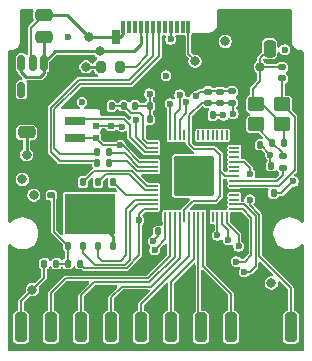
<source format=gbr>
%TF.GenerationSoftware,KiCad,Pcbnew,9.0.4*%
%TF.CreationDate,2025-09-18T12:16:13+02:00*%
%TF.ProjectId,rp2350_gpio_card,72703233-3530-45f6-9770-696f5f636172,X1*%
%TF.SameCoordinates,Original*%
%TF.FileFunction,Copper,L1,Top*%
%TF.FilePolarity,Positive*%
%FSLAX46Y46*%
G04 Gerber Fmt 4.6, Leading zero omitted, Abs format (unit mm)*
G04 Created by KiCad (PCBNEW 9.0.4) date 2025-09-18 12:16:13*
%MOMM*%
%LPD*%
G01*
G04 APERTURE LIST*
G04 Aperture macros list*
%AMRoundRect*
0 Rectangle with rounded corners*
0 $1 Rounding radius*
0 $2 $3 $4 $5 $6 $7 $8 $9 X,Y pos of 4 corners*
0 Add a 4 corners polygon primitive as box body*
4,1,4,$2,$3,$4,$5,$6,$7,$8,$9,$2,$3,0*
0 Add four circle primitives for the rounded corners*
1,1,$1+$1,$2,$3*
1,1,$1+$1,$4,$5*
1,1,$1+$1,$6,$7*
1,1,$1+$1,$8,$9*
0 Add four rect primitives between the rounded corners*
20,1,$1+$1,$2,$3,$4,$5,0*
20,1,$1+$1,$4,$5,$6,$7,0*
20,1,$1+$1,$6,$7,$8,$9,0*
20,1,$1+$1,$8,$9,$2,$3,0*%
%AMFreePoly0*
4,1,18,-0.437500,0.050000,-0.433694,0.069134,-0.422855,0.085355,-0.406634,0.096194,-0.387500,0.100000,0.387500,0.100000,0.437500,0.050000,0.437500,-0.050000,0.433694,-0.069134,0.422855,-0.085355,0.406634,-0.096194,0.387500,-0.100000,-0.387500,-0.100000,-0.406634,-0.096194,-0.422855,-0.085355,-0.433694,-0.069134,-0.437500,-0.050000,-0.437500,0.050000,-0.437500,0.050000,$1*%
%AMFreePoly1*
4,1,18,-0.437500,0.050000,-0.433694,0.069134,-0.422855,0.085355,-0.406634,0.096194,-0.387500,0.100000,0.387500,0.100000,0.406634,0.096194,0.422855,0.085355,0.433694,0.069134,0.437500,0.050000,0.437500,-0.050000,0.387500,-0.100000,-0.387500,-0.100000,-0.406634,-0.096194,-0.422855,-0.085355,-0.433694,-0.069134,-0.437500,-0.050000,-0.437500,0.050000,-0.437500,0.050000,$1*%
%AMFreePoly2*
4,1,18,-0.100000,0.387500,-0.050000,0.437500,0.050000,0.437500,0.069134,0.433694,0.085355,0.422855,0.096194,0.406634,0.100000,0.387500,0.100000,-0.387500,0.096194,-0.406634,0.085355,-0.422855,0.069134,-0.433694,0.050000,-0.437500,-0.050000,-0.437500,-0.069134,-0.433694,-0.085355,-0.422855,-0.096194,-0.406634,-0.100000,-0.387500,-0.100000,0.387500,-0.100000,0.387500,$1*%
%AMFreePoly3*
4,1,18,-0.100000,0.387500,-0.096194,0.406634,-0.085355,0.422855,-0.069134,0.433694,-0.050000,0.437500,0.050000,0.437500,0.100000,0.387500,0.100000,-0.387500,0.096194,-0.406634,0.085355,-0.422855,0.069134,-0.433694,0.050000,-0.437500,-0.050000,-0.437500,-0.069134,-0.433694,-0.085355,-0.422855,-0.096194,-0.406634,-0.100000,-0.387500,-0.100000,0.387500,-0.100000,0.387500,$1*%
%AMFreePoly4*
4,1,18,-0.437500,0.050000,-0.433694,0.069134,-0.422855,0.085355,-0.406634,0.096194,-0.387500,0.100000,0.387500,0.100000,0.406634,0.096194,0.422855,0.085355,0.433694,0.069134,0.437500,0.050000,0.437500,-0.050000,0.433694,-0.069134,0.422855,-0.085355,0.406634,-0.096194,0.387500,-0.100000,-0.387500,-0.100000,-0.437500,-0.050000,-0.437500,0.050000,-0.437500,0.050000,$1*%
%AMFreePoly5*
4,1,18,-0.437500,0.050000,-0.387500,0.100000,0.387500,0.100000,0.406634,0.096194,0.422855,0.085355,0.433694,0.069134,0.437500,0.050000,0.437500,-0.050000,0.433694,-0.069134,0.422855,-0.085355,0.406634,-0.096194,0.387500,-0.100000,-0.387500,-0.100000,-0.406634,-0.096194,-0.422855,-0.085355,-0.433694,-0.069134,-0.437500,-0.050000,-0.437500,0.050000,-0.437500,0.050000,$1*%
%AMFreePoly6*
4,1,18,-0.100000,0.387500,-0.096194,0.406634,-0.085355,0.422855,-0.069134,0.433694,-0.050000,0.437500,0.050000,0.437500,0.069134,0.433694,0.085355,0.422855,0.096194,0.406634,0.100000,0.387500,0.100000,-0.387500,0.050000,-0.437500,-0.050000,-0.437500,-0.069134,-0.433694,-0.085355,-0.422855,-0.096194,-0.406634,-0.100000,-0.387500,-0.100000,0.387500,-0.100000,0.387500,$1*%
%AMFreePoly7*
4,1,18,-0.100000,0.387500,-0.096194,0.406634,-0.085355,0.422855,-0.069134,0.433694,-0.050000,0.437500,0.050000,0.437500,0.069134,0.433694,0.085355,0.422855,0.096194,0.406634,0.100000,0.387500,0.100000,-0.387500,0.096194,-0.406634,0.085355,-0.422855,0.069134,-0.433694,0.050000,-0.437500,-0.050000,-0.437500,-0.100000,-0.387500,-0.100000,0.387500,-0.100000,0.387500,$1*%
G04 Aperture macros list end*
%TA.AperFunction,Conductor*%
%ADD10C,0.200000*%
%TD*%
%TA.AperFunction,SMDPad,CuDef*%
%ADD11RoundRect,0.200000X0.200000X0.275000X-0.200000X0.275000X-0.200000X-0.275000X0.200000X-0.275000X0*%
%TD*%
%TA.AperFunction,SMDPad,CuDef*%
%ADD12R,0.380000X1.000000*%
%TD*%
%TA.AperFunction,SMDPad,CuDef*%
%ADD13R,0.700000X1.150000*%
%TD*%
%TA.AperFunction,SMDPad,CuDef*%
%ADD14RoundRect,0.135000X0.185000X-0.135000X0.185000X0.135000X-0.185000X0.135000X-0.185000X-0.135000X0*%
%TD*%
%TA.AperFunction,SMDPad,CuDef*%
%ADD15RoundRect,0.250000X0.475000X-0.250000X0.475000X0.250000X-0.475000X0.250000X-0.475000X-0.250000X0*%
%TD*%
%TA.AperFunction,SMDPad,CuDef*%
%ADD16RoundRect,0.135000X-0.185000X0.135000X-0.185000X-0.135000X0.185000X-0.135000X0.185000X0.135000X0*%
%TD*%
%TA.AperFunction,SMDPad,CuDef*%
%ADD17RoundRect,0.250000X0.450000X0.350000X-0.450000X0.350000X-0.450000X-0.350000X0.450000X-0.350000X0*%
%TD*%
%TA.AperFunction,SMDPad,CuDef*%
%ADD18R,0.530000X0.470000*%
%TD*%
%TA.AperFunction,SMDPad,CuDef*%
%ADD19RoundRect,0.140000X-0.140000X-0.170000X0.140000X-0.170000X0.140000X0.170000X-0.140000X0.170000X0*%
%TD*%
%TA.AperFunction,SMDPad,CuDef*%
%ADD20RoundRect,0.250000X-0.250000X-0.475000X0.250000X-0.475000X0.250000X0.475000X-0.250000X0.475000X0*%
%TD*%
%TA.AperFunction,SMDPad,CuDef*%
%ADD21RoundRect,0.140000X0.140000X0.170000X-0.140000X0.170000X-0.140000X-0.170000X0.140000X-0.170000X0*%
%TD*%
%TA.AperFunction,SMDPad,CuDef*%
%ADD22RoundRect,0.250000X-0.250000X1.000000X-0.250000X-1.000000X0.250000X-1.000000X0.250000X1.000000X0*%
%TD*%
%TA.AperFunction,SMDPad,CuDef*%
%ADD23RoundRect,0.135000X-0.135000X-0.185000X0.135000X-0.185000X0.135000X0.185000X-0.135000X0.185000X0*%
%TD*%
%TA.AperFunction,SMDPad,CuDef*%
%ADD24RoundRect,0.150000X-0.150000X0.512500X-0.150000X-0.512500X0.150000X-0.512500X0.150000X0.512500X0*%
%TD*%
%TA.AperFunction,SMDPad,CuDef*%
%ADD25RoundRect,0.140000X0.170000X-0.140000X0.170000X0.140000X-0.170000X0.140000X-0.170000X-0.140000X0*%
%TD*%
%TA.AperFunction,SMDPad,CuDef*%
%ADD26RoundRect,0.250000X-0.475000X0.250000X-0.475000X-0.250000X0.475000X-0.250000X0.475000X0.250000X0*%
%TD*%
%TA.AperFunction,SMDPad,CuDef*%
%ADD27RoundRect,0.125000X0.125000X-0.250000X0.125000X0.250000X-0.125000X0.250000X-0.125000X-0.250000X0*%
%TD*%
%TA.AperFunction,HeatsinkPad*%
%ADD28R,4.300000X3.400000*%
%TD*%
%TA.AperFunction,SMDPad,CuDef*%
%ADD29RoundRect,0.135000X0.135000X0.185000X-0.135000X0.185000X-0.135000X-0.185000X0.135000X-0.185000X0*%
%TD*%
%TA.AperFunction,SMDPad,CuDef*%
%ADD30FreePoly0,90.000000*%
%TD*%
%TA.AperFunction,SMDPad,CuDef*%
%ADD31RoundRect,0.050000X0.050000X-0.387500X0.050000X0.387500X-0.050000X0.387500X-0.050000X-0.387500X0*%
%TD*%
%TA.AperFunction,SMDPad,CuDef*%
%ADD32FreePoly1,90.000000*%
%TD*%
%TA.AperFunction,SMDPad,CuDef*%
%ADD33FreePoly2,90.000000*%
%TD*%
%TA.AperFunction,SMDPad,CuDef*%
%ADD34RoundRect,0.050000X0.387500X-0.050000X0.387500X0.050000X-0.387500X0.050000X-0.387500X-0.050000X0*%
%TD*%
%TA.AperFunction,SMDPad,CuDef*%
%ADD35FreePoly3,90.000000*%
%TD*%
%TA.AperFunction,SMDPad,CuDef*%
%ADD36FreePoly4,90.000000*%
%TD*%
%TA.AperFunction,SMDPad,CuDef*%
%ADD37FreePoly5,90.000000*%
%TD*%
%TA.AperFunction,SMDPad,CuDef*%
%ADD38FreePoly6,90.000000*%
%TD*%
%TA.AperFunction,SMDPad,CuDef*%
%ADD39FreePoly7,90.000000*%
%TD*%
%TA.AperFunction,ComponentPad*%
%ADD40C,0.600000*%
%TD*%
%TA.AperFunction,SMDPad,CuDef*%
%ADD41RoundRect,0.153000X1.547000X1.547000X-1.547000X1.547000X-1.547000X-1.547000X1.547000X-1.547000X0*%
%TD*%
%TA.AperFunction,SMDPad,CuDef*%
%ADD42R,1.700000X0.700000*%
%TD*%
%TA.AperFunction,ViaPad*%
%ADD43C,0.600000*%
%TD*%
%TA.AperFunction,ViaPad*%
%ADD44C,0.800000*%
%TD*%
%TA.AperFunction,Conductor*%
%ADD45C,0.127000*%
%TD*%
%TA.AperFunction,Conductor*%
%ADD46C,0.152400*%
%TD*%
%TA.AperFunction,Conductor*%
%ADD47C,0.254000*%
%TD*%
%TA.AperFunction,Conductor*%
%ADD48C,0.250000*%
%TD*%
G04 APERTURE END LIST*
D10*
%TO.N,+3.3V*%
X107390000Y-61646434D02*
X108230000Y-62400000D01*
%TD*%
D11*
%TO.P,R4,1*%
%TO.N,Net-(P1-CC)*%
X100530183Y-57546434D03*
%TO.P,R4,2*%
%TO.N,GND*%
X98880183Y-57546434D03*
%TD*%
D12*
%TO.P,P1,A1,GND*%
%TO.N,GND*%
X100805183Y-54186434D03*
%TO.P,P1,A2*%
%TO.N,N/C*%
X101305183Y-54186434D03*
%TO.P,P1,A3*%
X101805183Y-54186434D03*
%TO.P,P1,A4,VBUS*%
%TO.N,VBUS*%
X102305183Y-54186434D03*
%TO.P,P1,A5,CC*%
%TO.N,Net-(P1-CC)*%
X102805183Y-54186434D03*
%TO.P,P1,A6,D+*%
%TO.N,/USB_D+*%
X103305183Y-54186434D03*
%TO.P,P1,A7,D-*%
%TO.N,/USB_D-*%
X103805183Y-54186434D03*
%TO.P,P1,A8*%
%TO.N,N/C*%
X104305183Y-54186434D03*
%TO.P,P1,A9,VBUS*%
%TO.N,VBUS*%
X104805183Y-54186434D03*
%TO.P,P1,A10*%
%TO.N,N/C*%
X105305183Y-54186434D03*
%TO.P,P1,A11*%
X105805183Y-54186434D03*
%TO.P,P1,A12,GND*%
%TO.N,GND*%
X106305183Y-54186434D03*
D13*
%TO.P,P1,S1,SHIELD*%
X100135183Y-55026434D03*
%TD*%
D14*
%TO.P,R8,1*%
%TO.N,/XOUT*%
X114300000Y-66110000D03*
%TO.P,R8,2*%
%TO.N,Net-(C16-Pad1)*%
X114300000Y-65090000D03*
%TD*%
D15*
%TO.P,C19,1*%
%TO.N,VBUS*%
X94055183Y-55046434D03*
%TO.P,C19,2*%
%TO.N,GND*%
X94055183Y-53146434D03*
%TD*%
D16*
%TO.P,R5,1*%
%TO.N,+3.3V*%
X94700000Y-67390000D03*
%TO.P,R5,2*%
%TO.N,/FLASH_SS*%
X94700000Y-68410000D03*
%TD*%
D17*
%TO.P,Y1,1,1*%
%TO.N,/XIN*%
X114235183Y-60726434D03*
%TO.P,Y1,2,2*%
%TO.N,GND*%
X112035183Y-60726434D03*
%TO.P,Y1,3,3*%
%TO.N,Net-(C16-Pad1)*%
X112035183Y-62426434D03*
%TO.P,Y1,4,4*%
%TO.N,GND*%
X114235183Y-62426434D03*
%TD*%
D18*
%TO.P,C1,1*%
%TO.N,+3.3V*%
X99750000Y-63615000D03*
%TO.P,C1,2*%
%TO.N,GND*%
X99750000Y-62585000D03*
%TD*%
D19*
%TO.P,C9,1*%
%TO.N,+3.3V*%
X102780000Y-71480000D03*
%TO.P,C9,2*%
%TO.N,GND*%
X103740000Y-71480000D03*
%TD*%
D20*
%TO.P,C2,1*%
%TO.N,+3.3V*%
X111280000Y-56000000D03*
%TO.P,C2,2*%
%TO.N,GND*%
X113180000Y-56000000D03*
%TD*%
D19*
%TO.P,C10,1*%
%TO.N,+3.3V*%
X107400000Y-61646434D03*
%TO.P,C10,2*%
%TO.N,GND*%
X108360000Y-61646434D03*
%TD*%
D21*
%TO.P,C17,1*%
%TO.N,+3.3V*%
X103980000Y-60850000D03*
%TO.P,C17,2*%
%TO.N,GND*%
X103020000Y-60850000D03*
%TD*%
D22*
%TO.P,J2,1,Pin_1*%
%TO.N,/RUN*%
X114985183Y-79600000D03*
%TO.P,J2,2,Pin_2*%
%TO.N,+3.3V*%
X112445183Y-79600000D03*
%TO.P,J2,3,Pin_3*%
%TO.N,/GPIO7*%
X109905183Y-79600000D03*
%TO.P,J2,4,Pin_4*%
%TO.N,/GPIO6*%
X107365183Y-79600000D03*
%TO.P,J2,5,Pin_5*%
%TO.N,/GPIO5*%
X104825183Y-79600000D03*
%TO.P,J2,6,Pin_6*%
%TO.N,/GPIO4*%
X102285183Y-79600000D03*
%TO.P,J2,7,Pin_7*%
%TO.N,/GPIO3*%
X99745183Y-79600000D03*
%TO.P,J2,8,Pin_8*%
%TO.N,/GPIO2*%
X97205183Y-79600000D03*
%TO.P,J2,9,Pin_9*%
%TO.N,/GPIO1*%
X94665183Y-79600000D03*
%TO.P,J2,10,Pin_10*%
%TO.N,/GPIO0*%
X92125183Y-79600000D03*
%TD*%
D21*
%TO.P,C8,1*%
%TO.N,+3.3V*%
X103980000Y-62000000D03*
%TO.P,C8,2*%
%TO.N,GND*%
X103020000Y-62000000D03*
%TD*%
D18*
%TO.P,C3,1*%
%TO.N,+1V1*%
X98500000Y-63565000D03*
%TO.P,C3,2*%
%TO.N,GND*%
X98500000Y-62535000D03*
%TD*%
D19*
%TO.P,C5,1*%
%TO.N,/VREG_AVDD*%
X100820000Y-60850000D03*
%TO.P,C5,2*%
%TO.N,GND*%
X101780000Y-60850000D03*
%TD*%
D23*
%TO.P,R3,1*%
%TO.N,/USB_D-*%
X98590000Y-64750000D03*
%TO.P,R3,2*%
%TO.N,Net-(U1-USB_DM)*%
X99610000Y-64750000D03*
%TD*%
D24*
%TO.P,U4,1,VIN*%
%TO.N,VBUS*%
X94067683Y-57208934D03*
%TO.P,U4,2,GND*%
%TO.N,GND*%
X93117683Y-57208934D03*
%TO.P,U4,3,EN*%
%TO.N,VBUS*%
X92167683Y-57208934D03*
%TO.P,U4,4,NC*%
%TO.N,unconnected-(U4-NC-Pad4)*%
X92167683Y-59483934D03*
%TO.P,U4,5,VOUT*%
%TO.N,+3.3V*%
X94067683Y-59483934D03*
%TD*%
D23*
%TO.P,R1,1*%
%TO.N,+3.3V*%
X98790000Y-60860000D03*
%TO.P,R1,2*%
%TO.N,/VREG_AVDD*%
X99810000Y-60860000D03*
%TD*%
%TO.P,R7,1*%
%TO.N,/GPIO0*%
X94090000Y-74200000D03*
%TO.P,R7,2*%
%TO.N,/FLASH_SS*%
X95110000Y-74200000D03*
%TD*%
D25*
%TO.P,C15,1*%
%TO.N,/XIN*%
X114235183Y-58526434D03*
%TO.P,C15,2*%
%TO.N,GND*%
X114235183Y-57566434D03*
%TD*%
D23*
%TO.P,R2,1*%
%TO.N,/USB_D+*%
X98590000Y-65700000D03*
%TO.P,R2,2*%
%TO.N,Net-(U1-USB_DP)*%
X99610000Y-65700000D03*
%TD*%
D26*
%TO.P,C21,1*%
%TO.N,+3.3V*%
X92600000Y-61200000D03*
%TO.P,C21,2*%
%TO.N,GND*%
X92600000Y-63100000D03*
%TD*%
D19*
%TO.P,C12,1*%
%TO.N,+3.3V*%
X111440000Y-64160000D03*
%TO.P,C12,2*%
%TO.N,GND*%
X112400000Y-64160000D03*
%TD*%
D25*
%TO.P,C4,1*%
%TO.N,+1V1*%
X110005183Y-60576434D03*
%TO.P,C4,2*%
%TO.N,GND*%
X110005183Y-59616434D03*
%TD*%
D27*
%TO.P,U2,1,~{CS}*%
%TO.N,/FLASH_SS*%
X96100183Y-72696434D03*
%TO.P,U2,2,DO/IO_{1}*%
%TO.N,/QSPI_SD1*%
X97370183Y-72696434D03*
%TO.P,U2,3,~{WP}/IO_{2}*%
%TO.N,/QSPI_SD2*%
X98640183Y-72696434D03*
%TO.P,U2,4,GND*%
%TO.N,GND*%
X99910183Y-72696434D03*
%TO.P,U2,5,DI/IO_{0}*%
%TO.N,/QSPI_SD0*%
X99910183Y-67296434D03*
%TO.P,U2,6,CLK*%
%TO.N,/QSPI_SCLK*%
X98640183Y-67296434D03*
%TO.P,U2,7,~{HOLD}/~{RESET}/IO_{3}*%
%TO.N,/QSPI_SD3*%
X97370183Y-67296434D03*
%TO.P,U2,8,VCC*%
%TO.N,+3.3V*%
X96100183Y-67296434D03*
D28*
%TO.P,U2,9,EP*%
%TO.N,GND*%
X98005183Y-69996434D03*
%TD*%
D25*
%TO.P,C6,1*%
%TO.N,+1V1*%
X109000000Y-60610000D03*
%TO.P,C6,2*%
%TO.N,GND*%
X109000000Y-59650000D03*
%TD*%
%TO.P,C7,1*%
%TO.N,+1V1*%
X107980000Y-60600000D03*
%TO.P,C7,2*%
%TO.N,GND*%
X107980000Y-59640000D03*
%TD*%
D19*
%TO.P,C13,1*%
%TO.N,+3.3V*%
X112550000Y-68250000D03*
%TO.P,C13,2*%
%TO.N,GND*%
X113510000Y-68250000D03*
%TD*%
D29*
%TO.P,R6,1*%
%TO.N,/QSPI_SS*%
X97120000Y-74200000D03*
%TO.P,R6,2*%
%TO.N,/FLASH_SS*%
X96100000Y-74200000D03*
%TD*%
D19*
%TO.P,C14,1*%
%TO.N,+3.3V*%
X112367836Y-65930000D03*
%TO.P,C14,2*%
%TO.N,GND*%
X113327836Y-65930000D03*
%TD*%
%TO.P,C16,1*%
%TO.N,Net-(C16-Pad1)*%
X113405183Y-63956434D03*
%TO.P,C16,2*%
%TO.N,GND*%
X114365183Y-63956434D03*
%TD*%
D30*
%TO.P,U1,1,IOVDD*%
%TO.N,+3.3V*%
X103955183Y-70233934D03*
D31*
%TO.P,U1,2,GPIO0*%
%TO.N,/GPIO0*%
X104355183Y-70233934D03*
%TO.P,U1,3,GPIO1*%
%TO.N,/GPIO1*%
X104755183Y-70233934D03*
%TO.P,U1,4,GPIO2*%
%TO.N,/GPIO2*%
X105155183Y-70233934D03*
%TO.P,U1,5,GPIO3*%
%TO.N,/GPIO3*%
X105555183Y-70233934D03*
%TO.P,U1,6,DVDD*%
%TO.N,+1V1*%
X105955183Y-70233934D03*
%TO.P,U1,7,GPIO4*%
%TO.N,/GPIO4*%
X106355183Y-70233934D03*
%TO.P,U1,8,GPIO5*%
%TO.N,/GPIO5*%
X106755183Y-70233934D03*
%TO.P,U1,9,GPIO6*%
%TO.N,/GPIO6*%
X107155183Y-70233934D03*
%TO.P,U1,10,GPIO7*%
%TO.N,/GPIO7*%
X107555183Y-70233934D03*
%TO.P,U1,11,IOVDD*%
%TO.N,+3.3V*%
X107955183Y-70233934D03*
%TO.P,U1,12,GPIO8*%
%TO.N,/GPIO8*%
X108355183Y-70233934D03*
%TO.P,U1,13,GPIO9*%
%TO.N,/GPIO9*%
X108755183Y-70233934D03*
%TO.P,U1,14,GPIO10*%
%TO.N,/GPIO10*%
X109155183Y-70233934D03*
D32*
%TO.P,U1,15,GPIO11*%
%TO.N,/GPIO11*%
X109555183Y-70233934D03*
D33*
%TO.P,U1,16,GPIO12*%
%TO.N,/GPIO12*%
X110192683Y-69596434D03*
D34*
%TO.P,U1,17,GPIO13*%
%TO.N,/GPIO13*%
X110192683Y-69196434D03*
%TO.P,U1,18,GPIO14*%
%TO.N,/GPIO14*%
X110192683Y-68796434D03*
%TO.P,U1,19,GPIO15*%
%TO.N,/GPIO15*%
X110192683Y-68396434D03*
%TO.P,U1,20,IOVDD*%
%TO.N,+3.3V*%
X110192683Y-67996434D03*
%TO.P,U1,21,XIN*%
%TO.N,/XIN*%
X110192683Y-67596434D03*
%TO.P,U1,22,XOUT*%
%TO.N,/XOUT*%
X110192683Y-67196434D03*
%TO.P,U1,23,DVDD*%
%TO.N,+1V1*%
X110192683Y-66796434D03*
%TO.P,U1,24,SWCLK*%
%TO.N,/SWCLK*%
X110192683Y-66396434D03*
%TO.P,U1,25,SWD*%
%TO.N,/SWD*%
X110192683Y-65996434D03*
%TO.P,U1,26,RUN*%
%TO.N,/RUN*%
X110192683Y-65596434D03*
%TO.P,U1,27,GPIO16*%
%TO.N,/GPIO16*%
X110192683Y-65196434D03*
%TO.P,U1,28,GPIO17*%
%TO.N,/GPIO17*%
X110192683Y-64796434D03*
%TO.P,U1,29,GPIO18*%
%TO.N,/GPIO18*%
X110192683Y-64396434D03*
D35*
%TO.P,U1,30,IOVDD*%
%TO.N,+3.3V*%
X110192683Y-63996434D03*
D36*
%TO.P,U1,31,GPIO19*%
%TO.N,/GPIO19*%
X109555183Y-63358934D03*
D31*
%TO.P,U1,32,GPIO20*%
%TO.N,/GPIO20*%
X109155183Y-63358934D03*
%TO.P,U1,33,GPIO21*%
%TO.N,/GPIO21*%
X108755183Y-63358934D03*
%TO.P,U1,34,GPIO22*%
%TO.N,/GPIO22*%
X108355183Y-63358934D03*
%TO.P,U1,35,GPIO23*%
%TO.N,/GPIO23*%
X107955183Y-63358934D03*
%TO.P,U1,36,GPIO24*%
%TO.N,/GPIO24*%
X107555183Y-63358934D03*
%TO.P,U1,37,GPIO25*%
%TO.N,/GPIO25*%
X107155183Y-63358934D03*
%TO.P,U1,38,IOVDD*%
%TO.N,+3.3V*%
X106755183Y-63358934D03*
%TO.P,U1,39,DVDD*%
%TO.N,+1V1*%
X106355183Y-63358934D03*
%TO.P,U1,40,GPIO26_ADC0*%
%TO.N,/GPIO26_ADC0*%
X105955183Y-63358934D03*
%TO.P,U1,41,GPIO27_ADC1*%
%TO.N,/GPIO27_ADC1*%
X105555183Y-63358934D03*
%TO.P,U1,42,GPIO28_ADC2*%
%TO.N,/GPIO28_ADC2*%
X105155183Y-63358934D03*
%TO.P,U1,43,GPIO29_ADC3*%
%TO.N,/GPIO29_ADC3*%
X104755183Y-63358934D03*
%TO.P,U1,44,ADC_AVDD*%
%TO.N,+3.3V*%
X104355183Y-63358934D03*
D37*
%TO.P,U1,45,IOVDD*%
X103955183Y-63358934D03*
D38*
%TO.P,U1,46,VREG_AVDD*%
%TO.N,/VREG_AVDD*%
X103317683Y-63996434D03*
D34*
%TO.P,U1,47,VREG_PGND*%
%TO.N,GND*%
X103317683Y-64396434D03*
%TO.P,U1,48,VREG_LX*%
%TO.N,/VREG_LX*%
X103317683Y-64796434D03*
%TO.P,U1,49,VREG_VIN*%
%TO.N,+3.3V*%
X103317683Y-65196434D03*
%TO.P,U1,50,VREG_FB*%
%TO.N,+1V1*%
X103317683Y-65596434D03*
%TO.P,U1,51,USB_DM*%
%TO.N,Net-(U1-USB_DM)*%
X103317683Y-65996434D03*
%TO.P,U1,52,USB_DP*%
%TO.N,Net-(U1-USB_DP)*%
X103317683Y-66396434D03*
%TO.P,U1,53,USB_OTP_VDD*%
%TO.N,+3.3V*%
X103317683Y-66796434D03*
%TO.P,U1,54,QSPI_IOVDD*%
X103317683Y-67196434D03*
%TO.P,U1,55,QSPI_SD3*%
%TO.N,/QSPI_SD3*%
X103317683Y-67596434D03*
%TO.P,U1,56,QSPI_SCLK*%
%TO.N,/QSPI_SCLK*%
X103317683Y-67996434D03*
%TO.P,U1,57,QSPI_SD0*%
%TO.N,/QSPI_SD0*%
X103317683Y-68396434D03*
%TO.P,U1,58,QSPI_SD2*%
%TO.N,/QSPI_SD2*%
X103317683Y-68796434D03*
%TO.P,U1,59,QSPI_SD1*%
%TO.N,/QSPI_SD1*%
X103317683Y-69196434D03*
D39*
%TO.P,U1,60,QSPI_SS*%
%TO.N,/QSPI_SS*%
X103317683Y-69596434D03*
D40*
%TO.P,U1,61,GND*%
%TO.N,GND*%
X105380183Y-68171434D03*
X106755183Y-68171434D03*
X108130183Y-68171434D03*
X105380183Y-66796434D03*
X106755183Y-66796434D03*
D41*
X106755183Y-66796434D03*
D40*
X108130183Y-66796434D03*
X105380183Y-65421434D03*
X106755183Y-65421434D03*
X108130183Y-65421434D03*
%TD*%
D42*
%TO.P,L1,1,1*%
%TO.N,+1V1*%
X96708211Y-63550000D03*
%TO.P,L1,2,2*%
%TO.N,/VREG_LX*%
X96708211Y-62150000D03*
%TD*%
D43*
%TO.N,GND*%
X97300000Y-60530000D03*
%TO.N,+1V1*%
X110100000Y-61510000D03*
X100550000Y-64200000D03*
%TO.N,VBUS*%
X104805183Y-55220000D03*
D44*
X98800000Y-56246434D03*
D43*
%TO.N,/GPIO27_ADC1*%
X106140000Y-60530000D03*
%TO.N,/GPIO29_ADC3*%
X104755183Y-60670000D03*
%TO.N,/GPIO11*%
X110555183Y-72750000D03*
%TO.N,/QSPI_SS*%
X102130183Y-70540000D03*
%TO.N,/RUN*%
X111500000Y-66600000D03*
X111500000Y-68800000D03*
%TO.N,/GPIO10*%
X109680183Y-72205729D03*
%TO.N,/GPIO9*%
X108755502Y-71815683D03*
%TO.N,/GPIO28_ADC2*%
X105560000Y-59900000D03*
%TO.N,/GPIO0*%
X103434390Y-73064390D03*
D44*
X93100000Y-76400000D03*
D43*
%TO.N,/GPIO13*%
X111040000Y-74896434D03*
%TO.N,/GPIO12*%
X110370000Y-74046434D03*
%TO.N,GND*%
X96090000Y-54990000D03*
D44*
X97900000Y-55050000D03*
D43*
X103304724Y-72274724D03*
D44*
X96600000Y-70000000D03*
D43*
X109260000Y-61650000D03*
X114460000Y-56080000D03*
D44*
X109430000Y-55400000D03*
X112380000Y-57550000D03*
D43*
X103010000Y-59820000D03*
X106930000Y-60010000D03*
D44*
X98005183Y-69996434D03*
D43*
X101850000Y-62050000D03*
D44*
X92600000Y-65000000D03*
D43*
X104400000Y-58300000D03*
D44*
X93200000Y-68410000D03*
X113330000Y-75850000D03*
D43*
X115180000Y-67250000D03*
D44*
X106860000Y-57060000D03*
X92250000Y-67080000D03*
D43*
X100700000Y-62600000D03*
D44*
X99300000Y-70000000D03*
D43*
X113250000Y-64980000D03*
D44*
X97630183Y-57546434D03*
%TD*%
D45*
%TO.N,+1V1*%
X100550000Y-64200000D02*
X100737500Y-64200000D01*
X100737500Y-64200000D02*
X102133934Y-65596434D01*
X102133934Y-65596434D02*
X103317683Y-65596434D01*
X100500000Y-64150000D02*
X99085000Y-64150000D01*
X100550000Y-64200000D02*
X100500000Y-64150000D01*
X99085000Y-64150000D02*
X98500000Y-63565000D01*
D46*
%TO.N,/GPIO0*%
X104355183Y-72144817D02*
X104355183Y-70233934D01*
%TO.N,+1V1*%
X109000000Y-66373821D02*
X109422613Y-66796434D01*
D45*
X96708211Y-63550000D02*
X98485000Y-63550000D01*
D46*
X107423566Y-60576434D02*
X110005183Y-60576434D01*
X106355183Y-63358934D02*
X106355183Y-61644817D01*
D45*
X98485000Y-63550000D02*
X98500000Y-63565000D01*
D46*
X109422613Y-66796434D02*
X110192683Y-66796434D01*
X106800000Y-64500000D02*
X106355183Y-64055183D01*
X105955183Y-70233934D02*
X105955183Y-69644817D01*
X110100000Y-61510000D02*
X110100000Y-60471251D01*
X110100000Y-60671251D02*
X110005183Y-60576434D01*
X108500000Y-64500000D02*
X106800000Y-64500000D01*
X108600000Y-68900000D02*
X109000000Y-68500000D01*
X106355183Y-61644817D02*
X107423566Y-60576434D01*
X106700000Y-68900000D02*
X108600000Y-68900000D01*
X105955183Y-69644817D02*
X106700000Y-68900000D01*
X109000000Y-65000000D02*
X108500000Y-64500000D01*
X106355183Y-64055183D02*
X106355183Y-63358934D01*
X109000000Y-66373821D02*
X109000000Y-65000000D01*
X109000000Y-68500000D02*
X109000000Y-66373821D01*
%TO.N,VBUS*%
X104805183Y-54186434D02*
X104805183Y-55220000D01*
D47*
X102300183Y-55636434D02*
X102300183Y-54926434D01*
X102300183Y-54926434D02*
X102305183Y-54921434D01*
X101690183Y-56246434D02*
X102300183Y-55636434D01*
X92167683Y-58008934D02*
X92555183Y-58396434D01*
X94067683Y-57208934D02*
X94067683Y-55058934D01*
X95030183Y-56246434D02*
X94067683Y-57208934D01*
X94067683Y-58033934D02*
X94067683Y-57208934D01*
D46*
X102305183Y-54186434D02*
X102305183Y-54921434D01*
D47*
X98800000Y-56246434D02*
X95030183Y-56246434D01*
D46*
X94067683Y-55058934D02*
X94055183Y-55046434D01*
D47*
X93705183Y-58396434D02*
X94067683Y-58033934D01*
X92167683Y-57208934D02*
X92167683Y-58008934D01*
X98800000Y-56246434D02*
X101690183Y-56246434D01*
X92555183Y-58396434D02*
X93705183Y-58396434D01*
D45*
%TO.N,/VREG_AVDD*%
X99820000Y-60850000D02*
X99810000Y-60860000D01*
X100820000Y-60850000D02*
X99820000Y-60850000D01*
X100800000Y-60830000D02*
X100820000Y-60850000D01*
D46*
X102796434Y-63996434D02*
X103317683Y-63996434D01*
X103314117Y-64000000D02*
X103317683Y-63996434D01*
X101462800Y-61492800D02*
X100820000Y-60850000D01*
X102462800Y-63662800D02*
X102796434Y-63996434D01*
X102462800Y-61712800D02*
X102242800Y-61492800D01*
X102462800Y-61712800D02*
X102462800Y-63662800D01*
X102242800Y-61492800D02*
X101462800Y-61492800D01*
%TO.N,/XIN*%
X109842683Y-67596434D02*
X114003566Y-67596434D01*
X114003566Y-67596434D02*
X115300000Y-66300000D01*
X115300000Y-66300000D02*
X115300000Y-61791251D01*
X115300000Y-61791251D02*
X114235183Y-60726434D01*
X114235183Y-60726434D02*
X114235183Y-58526434D01*
%TO.N,Net-(C16-Pad1)*%
X114300000Y-64851251D02*
X113405183Y-63956434D01*
X113405183Y-63956434D02*
X112035183Y-62586434D01*
X112035183Y-62586434D02*
X112035183Y-62426434D01*
X112025183Y-62436434D02*
X112035183Y-62426434D01*
X114300000Y-65090000D02*
X114300000Y-64851251D01*
%TO.N,+3.3V*%
X103317683Y-65196434D02*
X102353566Y-65196434D01*
X103963566Y-67196434D02*
X104355183Y-66804817D01*
D10*
X112445183Y-77283175D02*
X112445183Y-79600000D01*
X107955183Y-70233934D02*
X107955183Y-72793175D01*
D46*
X107955183Y-70233934D02*
X107932383Y-70256734D01*
X94105183Y-59446434D02*
X94067683Y-59483934D01*
X100772132Y-63615000D02*
X102353566Y-65196434D01*
X107400000Y-61646434D02*
X107400000Y-61780000D01*
D10*
X112367836Y-65087836D02*
X111440000Y-64160000D01*
X112367836Y-65930000D02*
X112367836Y-65087836D01*
D46*
X99750000Y-63615000D02*
X100772132Y-63615000D01*
X103317683Y-66796434D02*
X103828749Y-66796434D01*
X104355183Y-66804817D02*
X104355183Y-66270000D01*
X104355183Y-66270000D02*
X104355183Y-63358934D01*
D10*
X107955183Y-72793175D02*
X112445183Y-77283175D01*
D46*
X107400000Y-61780000D02*
X106770000Y-62410000D01*
X103828749Y-66796434D02*
X104355183Y-66270000D01*
X103317683Y-67196434D02*
X103963566Y-67196434D01*
D47*
X111440000Y-64160000D02*
X110350000Y-63070000D01*
D46*
%TO.N,/GPIO27_ADC1*%
X105555183Y-62024817D02*
X106140000Y-61440000D01*
X106140000Y-61440000D02*
X106140000Y-60530000D01*
X105555183Y-63358934D02*
X105555183Y-62024817D01*
%TO.N,/GPIO29_ADC3*%
X104755183Y-60700000D02*
X104755183Y-63358934D01*
%TO.N,/GPIO11*%
X110555183Y-71771434D02*
X109555183Y-70771434D01*
X110555183Y-72771434D02*
X110555183Y-72750000D01*
X110555183Y-72771434D02*
X110580183Y-72746434D01*
X110555183Y-72750000D02*
X110555183Y-71771434D01*
X109555183Y-70771434D02*
X109555183Y-70233934D01*
%TO.N,/QSPI_SS*%
X102555183Y-69596434D02*
X103317683Y-69596434D01*
X101071329Y-74576834D02*
X97496834Y-74576834D01*
X97496834Y-74576834D02*
X97120000Y-74200000D01*
X102130183Y-73517980D02*
X101071329Y-74576834D01*
X102130183Y-70540000D02*
X102130183Y-73517980D01*
X102130183Y-70540000D02*
X102130183Y-70021434D01*
X102130183Y-70021434D02*
X102555183Y-69596434D01*
%TO.N,/RUN*%
X111500000Y-66100000D02*
X110996434Y-65596434D01*
X112280400Y-73580400D02*
X114985183Y-76285183D01*
X110996434Y-65596434D02*
X110192683Y-65596434D01*
X111500000Y-69269922D02*
X112280400Y-70050323D01*
X114985183Y-76285183D02*
X114985183Y-80196434D01*
X112280400Y-70050323D02*
X112280400Y-73580400D01*
X111500000Y-68800000D02*
X111500000Y-69269922D01*
X111500000Y-66570000D02*
X111500000Y-66100000D01*
%TO.N,/GPIO10*%
X109680183Y-71396218D02*
X109155183Y-70871218D01*
X109155183Y-70871218D02*
X109155183Y-70233934D01*
X109680183Y-72196434D02*
X109680183Y-71396218D01*
%TO.N,/GPIO9*%
X108755502Y-71815683D02*
X108755183Y-71815364D01*
X108755183Y-71815364D02*
X108755183Y-70233934D01*
%TO.N,/GPIO28_ADC2*%
X105155183Y-61504817D02*
X105155183Y-63358934D01*
X105560000Y-59900000D02*
X105560000Y-61100000D01*
X105560000Y-61100000D02*
X105155183Y-61504817D01*
%TO.N,/GPIO2*%
X102997951Y-75803234D02*
X98305183Y-75803234D01*
X105155183Y-70233934D02*
X105155183Y-73646002D01*
X105155183Y-73646002D02*
X102997951Y-75803234D01*
X98305183Y-75803234D02*
X97205183Y-76903234D01*
X97205183Y-76903234D02*
X97205183Y-80196434D01*
%TO.N,/GPIO1*%
X94665183Y-76706434D02*
X94665183Y-80196434D01*
X104755183Y-73546218D02*
X102851567Y-75449834D01*
X102851567Y-75449834D02*
X95901783Y-75449834D01*
X94655183Y-76696434D02*
X94665183Y-76706434D01*
X95901783Y-75449834D02*
X94655183Y-76696434D01*
%TO.N,/GPIO5*%
X106755183Y-73846218D02*
X104825183Y-75776218D01*
X106755183Y-70233934D02*
X106755183Y-73846218D01*
X104825183Y-75776218D02*
X104825183Y-80196434D01*
%TO.N,/GPIO4*%
X106355183Y-73571434D02*
X102285183Y-77641434D01*
X106355183Y-70233934D02*
X106355183Y-73571434D01*
X102285183Y-77641434D02*
X102285183Y-80196434D01*
%TO.N,/GPIO6*%
X107155183Y-70233934D02*
X107155183Y-79986434D01*
X107155183Y-79986434D02*
X107365183Y-80196434D01*
%TO.N,/GPIO0*%
X94090000Y-74200000D02*
X94090000Y-75410000D01*
X104357200Y-70235951D02*
X104355183Y-70233934D01*
X104355183Y-72144817D02*
X103602808Y-72897192D01*
X94090000Y-75410000D02*
X93100000Y-76400000D01*
X103602808Y-72897192D02*
X103601588Y-72897192D01*
X92125183Y-77374817D02*
X92125183Y-79600000D01*
X93100000Y-76400000D02*
X92125183Y-77374817D01*
%TO.N,/GPIO3*%
X99745183Y-77066634D02*
X99745183Y-80196434D01*
X103144335Y-76156634D02*
X100655183Y-76156634D01*
X100655183Y-76156634D02*
X99745183Y-77066634D01*
X105555183Y-73745785D02*
X103144335Y-76156634D01*
X105555183Y-70233934D02*
X105555183Y-73745785D01*
%TO.N,/GPIO7*%
X109905183Y-76746434D02*
X109905183Y-80196434D01*
X107555183Y-74396434D02*
X109905183Y-76746434D01*
X107555183Y-70233934D02*
X107555183Y-74396434D01*
%TO.N,/VREG_LX*%
X100820000Y-61920000D02*
X96938211Y-61920000D01*
X101350000Y-62450000D02*
X100820000Y-61920000D01*
X102619565Y-64796434D02*
X101350000Y-63526869D01*
X101350000Y-63526869D02*
X101350000Y-62450000D01*
X103317683Y-64796434D02*
X102619565Y-64796434D01*
%TO.N,Net-(P1-CC)*%
X102805183Y-56571434D02*
X102805183Y-54186434D01*
X100530183Y-57546434D02*
X101830183Y-57546434D01*
X101830183Y-57546434D02*
X102805183Y-56571434D01*
D10*
%TO.N,/USB_D+*%
X94632000Y-61018000D02*
X94632000Y-64742000D01*
X94632000Y-64742000D02*
X95430000Y-65540000D01*
X103305183Y-54971434D02*
X103305183Y-56652878D01*
X103305183Y-56652878D02*
X101308061Y-58650000D01*
X97000000Y-58650000D02*
X94632000Y-61018000D01*
X101308061Y-58650000D02*
X97000000Y-58650000D01*
D46*
X103305183Y-54186434D02*
X103305183Y-54971434D01*
D10*
X95430000Y-65540000D02*
X98430000Y-65540000D01*
X98430000Y-65540000D02*
X98590000Y-65700000D01*
D46*
%TO.N,/USB_D-*%
X103805183Y-54186434D02*
X103805183Y-54961434D01*
D10*
X98540000Y-64800000D02*
X98590000Y-64750000D01*
X97135862Y-58978000D02*
X101462722Y-58978000D01*
X98590000Y-64750000D02*
X98420000Y-64920000D01*
X94960000Y-61153862D02*
X97135862Y-58978000D01*
X98420000Y-64920000D02*
X95440000Y-64920000D01*
X101462722Y-58978000D02*
X103800000Y-56640722D01*
X103800000Y-56640722D02*
X103800000Y-54959278D01*
X94960000Y-64440000D02*
X94960000Y-61153862D01*
X95440000Y-64920000D02*
X94960000Y-64440000D01*
D45*
%TO.N,Net-(U1-USB_DP)*%
X101953563Y-66396434D02*
X101507129Y-65950000D01*
D10*
X101107129Y-65550000D02*
X101507129Y-65950000D01*
X99760000Y-65550000D02*
X101107129Y-65550000D01*
D45*
X103317683Y-66396434D02*
X101953563Y-66396434D01*
D10*
X99610000Y-65700000D02*
X99760000Y-65550000D01*
%TO.N,Net-(U1-USB_DM)*%
X99610000Y-64750000D02*
X99710000Y-64850000D01*
D45*
X103317683Y-65996434D02*
X102046434Y-65996434D01*
D10*
X101500000Y-65450000D02*
X101640000Y-65590000D01*
X100900000Y-64850000D02*
X101500000Y-65450000D01*
X100650000Y-64850000D02*
X100900000Y-64850000D01*
X99710000Y-64850000D02*
X100650000Y-64850000D01*
D45*
X102046434Y-65996434D02*
X101640000Y-65590000D01*
D46*
%TO.N,/FLASH_SS*%
X94700000Y-68410000D02*
X94900000Y-68610000D01*
X96100183Y-72696434D02*
X96100183Y-74199817D01*
X94900000Y-68610000D02*
X94900000Y-71496251D01*
X96100000Y-74200000D02*
X95110000Y-74200000D01*
X94900000Y-71496251D02*
X96100183Y-72696434D01*
X96100183Y-74199817D02*
X96100000Y-74200000D01*
X96090000Y-72706617D02*
X96100183Y-72696434D01*
%TO.N,/XOUT*%
X113803566Y-67196434D02*
X109842683Y-67196434D01*
X114300000Y-66700000D02*
X113803566Y-67196434D01*
X114300000Y-66110000D02*
X114300000Y-66700000D01*
%TO.N,/QSPI_SCLK*%
X99609355Y-66650000D02*
X99615121Y-66644234D01*
X102596434Y-67996434D02*
X103317683Y-67996434D01*
X101250000Y-66650000D02*
X102596434Y-67996434D01*
X99286617Y-66650000D02*
X99609355Y-66650000D01*
X100211011Y-66650000D02*
X101250000Y-66650000D01*
X100205245Y-66644234D02*
X100211011Y-66650000D01*
X98640183Y-67296434D02*
X99286617Y-66650000D01*
X99615121Y-66644234D02*
X100205245Y-66644234D01*
%TO.N,/QSPI_SD1*%
X98396434Y-74296434D02*
X97370183Y-73270183D01*
X100955183Y-74296434D02*
X98396434Y-74296434D01*
X101358583Y-69841417D02*
X101358583Y-73893034D01*
X103317683Y-69196434D02*
X102003566Y-69196434D01*
X97370183Y-73270183D02*
X97370183Y-72696434D01*
X102003566Y-69196434D02*
X101358583Y-69841417D01*
X101358583Y-73893034D02*
X100955183Y-74296434D01*
%TO.N,/GPIO13*%
X110192683Y-69196434D02*
X111029966Y-69196434D01*
X111540302Y-74896434D02*
X111055183Y-74896434D01*
X111029966Y-69196434D02*
X112000000Y-70166468D01*
X112000000Y-70166468D02*
X112000000Y-74436736D01*
X112000000Y-74436736D02*
X111540302Y-74896434D01*
%TO.N,/QSPI_SD3*%
X101528545Y-66350000D02*
X102774979Y-67596434D01*
X98316617Y-66350000D02*
X101528545Y-66350000D01*
X102774979Y-67596434D02*
X103317683Y-67596434D01*
X97370183Y-67296434D02*
X98316617Y-66350000D01*
%TO.N,/GPIO12*%
X111640000Y-70306251D02*
X110930183Y-69596434D01*
X110405183Y-74046434D02*
X111079013Y-74046434D01*
X110930183Y-69596434D02*
X110192683Y-69596434D01*
X111079013Y-74046434D02*
X111640000Y-73485447D01*
X111640000Y-73485447D02*
X111640000Y-70306251D01*
%TO.N,/QSPI_SD2*%
X103317683Y-68796434D02*
X101803565Y-68796434D01*
X98951783Y-73943034D02*
X98640183Y-73631434D01*
X100558583Y-73943034D02*
X98951783Y-73943034D01*
X101803565Y-68796434D02*
X101005183Y-69594816D01*
X101005183Y-69594816D02*
X101005183Y-73496434D01*
X98640183Y-73631434D02*
X98640183Y-72696434D01*
X101005183Y-73496434D02*
X100558583Y-73943034D01*
%TO.N,/QSPI_SD0*%
X101010183Y-68396434D02*
X103317683Y-68396434D01*
X99910183Y-67296434D02*
X101010183Y-68396434D01*
%TO.N,GND*%
X101850000Y-63450000D02*
X102796434Y-64396434D01*
D10*
X107980000Y-59640000D02*
X107300000Y-59640000D01*
D47*
X95996434Y-53146434D02*
X94055183Y-53146434D01*
D46*
X106860000Y-57060000D02*
X106860000Y-56980000D01*
D10*
X112380000Y-57550000D02*
X112380000Y-58770000D01*
X107300000Y-59640000D02*
X106930000Y-60010000D01*
D46*
X112035183Y-60864817D02*
X112035183Y-60726434D01*
X99700000Y-62535000D02*
X99750000Y-62585000D01*
X113250000Y-65852164D02*
X113327836Y-65930000D01*
D48*
X99910183Y-72696434D02*
X99910183Y-71901434D01*
D46*
X101850000Y-62050000D02*
X101850000Y-63450000D01*
D10*
X112380000Y-56800000D02*
X113180000Y-56000000D01*
D47*
X97923566Y-55026434D02*
X97900000Y-55050000D01*
D46*
X114235183Y-62426434D02*
X112535183Y-60726434D01*
D48*
X99910183Y-71901434D02*
X98005183Y-69996434D01*
D46*
X109005183Y-59616434D02*
X110005183Y-59616434D01*
D10*
X114218749Y-57550000D02*
X114235183Y-57566434D01*
D46*
X100805183Y-54186434D02*
X100805183Y-54356434D01*
X93117683Y-57208934D02*
X92980183Y-57071434D01*
D10*
X103020000Y-60850000D02*
X101780000Y-60850000D01*
D46*
X99750000Y-62585000D02*
X100685000Y-62585000D01*
D10*
X112380000Y-57550000D02*
X112380000Y-56800000D01*
D46*
X102796434Y-64396434D02*
X103317683Y-64396434D01*
X114365183Y-62556434D02*
X114235183Y-62426434D01*
X112430000Y-64160000D02*
X113250000Y-64980000D01*
D10*
X114180000Y-68250000D02*
X115180000Y-67250000D01*
X103020000Y-60850000D02*
X103020000Y-59830000D01*
D46*
X98500000Y-62535000D02*
X99700000Y-62535000D01*
X100685000Y-62585000D02*
X100700000Y-62600000D01*
X106305183Y-56425183D02*
X106305183Y-54186434D01*
X106860000Y-56980000D02*
X106305183Y-56425183D01*
X114365183Y-63956434D02*
X114365183Y-62556434D01*
D47*
X97900000Y-55050000D02*
X95996434Y-53146434D01*
D46*
X101850000Y-60920000D02*
X101780000Y-60850000D01*
X101780000Y-60850000D02*
X101880000Y-60750000D01*
D47*
X92600000Y-63100000D02*
X92600000Y-65000000D01*
D46*
X111730000Y-60421251D02*
X112035183Y-60726434D01*
D47*
X100135183Y-55026434D02*
X97923566Y-55026434D01*
D46*
X112535183Y-60726434D02*
X112035183Y-60726434D01*
X112400000Y-64160000D02*
X112430000Y-64160000D01*
D10*
X109256434Y-61646434D02*
X109260000Y-61650000D01*
X108360000Y-61646434D02*
X109256434Y-61646434D01*
X112380000Y-57550000D02*
X114218749Y-57550000D01*
X113510000Y-68250000D02*
X114180000Y-68250000D01*
X103020000Y-59830000D02*
X103010000Y-59820000D01*
D47*
X100135183Y-55026434D02*
X100523566Y-55026434D01*
D46*
X92980183Y-57071434D02*
X92980183Y-54221434D01*
D10*
X103304724Y-72274724D02*
X103740000Y-71839448D01*
D46*
X113250000Y-64980000D02*
X113250000Y-65852164D01*
X108005183Y-59616434D02*
X109005183Y-59616434D01*
D47*
X97630183Y-57546434D02*
X98880183Y-57546434D01*
X100523566Y-55026434D02*
X100787183Y-54762817D01*
D46*
X92980183Y-54221434D02*
X94055183Y-53146434D01*
D10*
X103020000Y-60850000D02*
X103020000Y-62000000D01*
X111730000Y-59420000D02*
X111730000Y-60421251D01*
D47*
X100787183Y-54762817D02*
X100787183Y-54284878D01*
D10*
X103740000Y-71839448D02*
X103740000Y-71480000D01*
X112380000Y-58770000D02*
X111730000Y-59420000D01*
D46*
%TO.N,/GPIO1*%
X104755183Y-70233934D02*
X104755183Y-73546218D01*
%TD*%
%TA.AperFunction,Conductor*%
%TO.N,+3.3V*%
G36*
X93133631Y-52666619D02*
G01*
X93179386Y-52719423D01*
X93189330Y-52788581D01*
X93189065Y-52790332D01*
X93177283Y-52864720D01*
X93177283Y-53428147D01*
X93192225Y-53522487D01*
X93192226Y-53522491D01*
X93206312Y-53550136D01*
X93219208Y-53618805D01*
X93192931Y-53683545D01*
X93183508Y-53694111D01*
X92785963Y-54091656D01*
X92785960Y-54091661D01*
X92777116Y-54113014D01*
X92777115Y-54113016D01*
X92751083Y-54175861D01*
X92751083Y-56402107D01*
X92731398Y-56469146D01*
X92678594Y-56514901D01*
X92609436Y-56524845D01*
X92545880Y-56495820D01*
X92539402Y-56489788D01*
X92491830Y-56442216D01*
X92491828Y-56442214D01*
X92409889Y-56406034D01*
X92388234Y-56396472D01*
X92362910Y-56393534D01*
X92362909Y-56393534D01*
X91972457Y-56393534D01*
X91972455Y-56393534D01*
X91947132Y-56396472D01*
X91947130Y-56396472D01*
X91843542Y-56442212D01*
X91843540Y-56442213D01*
X91843538Y-56442214D01*
X91843537Y-56442214D01*
X91843535Y-56442216D01*
X91763465Y-56522286D01*
X91763461Y-56522293D01*
X91717721Y-56625881D01*
X91717721Y-56625883D01*
X91714783Y-56651206D01*
X91714783Y-57766661D01*
X91717721Y-57791984D01*
X91717721Y-57791986D01*
X91746157Y-57856386D01*
X91763463Y-57895579D01*
X91763465Y-57895581D01*
X91851663Y-57983779D01*
X91849226Y-57986215D01*
X91881065Y-58025217D01*
X91886581Y-58041300D01*
X91906856Y-58116966D01*
X91906858Y-58116971D01*
X91932681Y-58161699D01*
X91943706Y-58180794D01*
X91943708Y-58180797D01*
X92219764Y-58456853D01*
X92253249Y-58518176D01*
X92248265Y-58587868D01*
X92206393Y-58643801D01*
X92140929Y-58668218D01*
X92132083Y-58668534D01*
X91972455Y-58668534D01*
X91947132Y-58671472D01*
X91947130Y-58671472D01*
X91843542Y-58717212D01*
X91843540Y-58717213D01*
X91843538Y-58717214D01*
X91843537Y-58717214D01*
X91843535Y-58717216D01*
X91763465Y-58797286D01*
X91763461Y-58797293D01*
X91717721Y-58900881D01*
X91717721Y-58900883D01*
X91714783Y-58926206D01*
X91714783Y-60041661D01*
X91717721Y-60066984D01*
X91717721Y-60066986D01*
X91751521Y-60143534D01*
X91763463Y-60170579D01*
X91843538Y-60250654D01*
X91947133Y-60296396D01*
X91972457Y-60299334D01*
X91972458Y-60299334D01*
X92362908Y-60299334D01*
X92362909Y-60299334D01*
X92388233Y-60296396D01*
X92491828Y-60250654D01*
X92571903Y-60170579D01*
X92617645Y-60066984D01*
X92620583Y-60041660D01*
X92620583Y-58926208D01*
X92617645Y-58900884D01*
X92595362Y-58850420D01*
X92586291Y-58781143D01*
X92616114Y-58717958D01*
X92675363Y-58680926D01*
X92708797Y-58676334D01*
X93742031Y-58676334D01*
X93742033Y-58676334D01*
X93813220Y-58657259D01*
X93877045Y-58620410D01*
X94291659Y-58205797D01*
X94328508Y-58141972D01*
X94330669Y-58133905D01*
X94335325Y-58116533D01*
X94341487Y-58093534D01*
X94347583Y-58070784D01*
X94347583Y-58070776D01*
X94348644Y-58062725D01*
X94350035Y-58062908D01*
X94367268Y-58004222D01*
X94383902Y-57983580D01*
X94415220Y-57952262D01*
X94471903Y-57895579D01*
X94517645Y-57791984D01*
X94520583Y-57766660D01*
X94520583Y-57203234D01*
X94540268Y-57136195D01*
X94556902Y-57115553D01*
X95109802Y-56562653D01*
X95171125Y-56529168D01*
X95197483Y-56526334D01*
X98251575Y-56526334D01*
X98318614Y-56546019D01*
X98351404Y-56580408D01*
X98352622Y-56579474D01*
X98357568Y-56585920D01*
X98357570Y-56585923D01*
X98460511Y-56688864D01*
X98460512Y-56688865D01*
X98460514Y-56688866D01*
X98537460Y-56733291D01*
X98585676Y-56783858D01*
X98598899Y-56852465D01*
X98572931Y-56917330D01*
X98529921Y-56952078D01*
X98472283Y-56980255D01*
X98389005Y-57063533D01*
X98337275Y-57169348D01*
X98334434Y-57178546D01*
X98330782Y-57177417D01*
X98324088Y-57191982D01*
X98309587Y-57223737D01*
X98309457Y-57223820D01*
X98309393Y-57223960D01*
X98280230Y-57242603D01*
X98250809Y-57261511D01*
X98250608Y-57261539D01*
X98250524Y-57261594D01*
X98215874Y-57266534D01*
X98178608Y-57266534D01*
X98111569Y-57246849D01*
X98078778Y-57212459D01*
X98077561Y-57213394D01*
X98072615Y-57206948D01*
X98072613Y-57206945D01*
X97969672Y-57104004D01*
X97969671Y-57104003D01*
X97969668Y-57104001D01*
X97843596Y-57031214D01*
X97843595Y-57031213D01*
X97843594Y-57031213D01*
X97702974Y-56993534D01*
X97557392Y-56993534D01*
X97416772Y-57031213D01*
X97416770Y-57031214D01*
X97416769Y-57031214D01*
X97290697Y-57104001D01*
X97290692Y-57104005D01*
X97187754Y-57206943D01*
X97187750Y-57206948D01*
X97114963Y-57333020D01*
X97114963Y-57333021D01*
X97114962Y-57333023D01*
X97077283Y-57473643D01*
X97077283Y-57619225D01*
X97114962Y-57759845D01*
X97114963Y-57759846D01*
X97114963Y-57759847D01*
X97187750Y-57885919D01*
X97187752Y-57885922D01*
X97187753Y-57885923D01*
X97290694Y-57988864D01*
X97290695Y-57988865D01*
X97290697Y-57988866D01*
X97317295Y-58004222D01*
X97416772Y-58061655D01*
X97557392Y-58099334D01*
X97557394Y-58099334D01*
X97702971Y-58099334D01*
X97702974Y-58099334D01*
X97843594Y-58061655D01*
X97969672Y-57988864D01*
X98072613Y-57885923D01*
X98072617Y-57885915D01*
X98077561Y-57879474D01*
X98079196Y-57880729D01*
X98079908Y-57880050D01*
X98084895Y-57869131D01*
X98104726Y-57856386D01*
X98121788Y-57840118D01*
X98135044Y-57836902D01*
X98143673Y-57831357D01*
X98178608Y-57826334D01*
X98215874Y-57826334D01*
X98282913Y-57846019D01*
X98328668Y-57898823D01*
X98333338Y-57914660D01*
X98334434Y-57914322D01*
X98337275Y-57923519D01*
X98389005Y-58029334D01*
X98472282Y-58112611D01*
X98472283Y-58112611D01*
X98472285Y-58112613D01*
X98572693Y-58161699D01*
X98624276Y-58208827D01*
X98642190Y-58276361D01*
X98620749Y-58342860D01*
X98566760Y-58387210D01*
X98518233Y-58397100D01*
X97064747Y-58397100D01*
X97064739Y-58397099D01*
X97050305Y-58397099D01*
X96949695Y-58397099D01*
X96949693Y-58397099D01*
X96883968Y-58424323D01*
X96883968Y-58424324D01*
X96856743Y-58435601D01*
X96856741Y-58435602D01*
X94499153Y-60793190D01*
X94499146Y-60793198D01*
X94488746Y-60803599D01*
X94488743Y-60803601D01*
X94417601Y-60874743D01*
X94399520Y-60918396D01*
X94393449Y-60933051D01*
X94393448Y-60933053D01*
X94379099Y-60967695D01*
X94379099Y-61082738D01*
X94379100Y-61082747D01*
X94379100Y-64691692D01*
X94379099Y-64691695D01*
X94379099Y-64792305D01*
X94392813Y-64825413D01*
X94399310Y-64841099D01*
X94399311Y-64841104D01*
X94417598Y-64885254D01*
X94498947Y-64966603D01*
X94498956Y-64966610D01*
X95215600Y-65683255D01*
X95215601Y-65683257D01*
X95286743Y-65754399D01*
X95327653Y-65771344D01*
X95364774Y-65786720D01*
X95379692Y-65792900D01*
X95379693Y-65792900D01*
X95379695Y-65792901D01*
X95379696Y-65792901D01*
X95494739Y-65792901D01*
X95494747Y-65792900D01*
X98043100Y-65792900D01*
X98110139Y-65812585D01*
X98155894Y-65865389D01*
X98162181Y-65882321D01*
X98167100Y-65899260D01*
X98167100Y-65927984D01*
X98169893Y-65952057D01*
X98206515Y-66034999D01*
X98208821Y-66042939D01*
X98208740Y-66069937D01*
X98212246Y-66096710D01*
X98208637Y-66104355D01*
X98208612Y-66112809D01*
X98193948Y-66135477D01*
X98182423Y-66159895D01*
X98177421Y-66165199D01*
X97610404Y-66732215D01*
X97549081Y-66765700D01*
X97522723Y-66768534D01*
X97203694Y-66768534D01*
X97203685Y-66768535D01*
X97180454Y-66771229D01*
X97180453Y-66771229D01*
X97085409Y-66813196D01*
X97011946Y-66886659D01*
X96969979Y-66981703D01*
X96969978Y-66981706D01*
X96967283Y-67004933D01*
X96967283Y-67587922D01*
X96967284Y-67587931D01*
X96969978Y-67611162D01*
X96969978Y-67611163D01*
X97011945Y-67706207D01*
X97085408Y-67779670D01*
X97085409Y-67779670D01*
X97085411Y-67779672D01*
X97180455Y-67821639D01*
X97203686Y-67824334D01*
X97536679Y-67824333D01*
X97559911Y-67821639D01*
X97654955Y-67779672D01*
X97728421Y-67706206D01*
X97770388Y-67611162D01*
X97773083Y-67587931D01*
X97773082Y-67268891D01*
X97792766Y-67201853D01*
X97809396Y-67181216D01*
X98025604Y-66965008D01*
X98086925Y-66931525D01*
X98156617Y-66936509D01*
X98212550Y-66978381D01*
X98236967Y-67043845D01*
X98237283Y-67052691D01*
X98237283Y-67587922D01*
X98237284Y-67587931D01*
X98239978Y-67611162D01*
X98239978Y-67611163D01*
X98281945Y-67706207D01*
X98355408Y-67779670D01*
X98355409Y-67779670D01*
X98355411Y-67779672D01*
X98450455Y-67821639D01*
X98473686Y-67824334D01*
X98806679Y-67824333D01*
X98829911Y-67821639D01*
X98924955Y-67779672D01*
X98998421Y-67706206D01*
X99040388Y-67611162D01*
X99043083Y-67587931D01*
X99043082Y-67268891D01*
X99062766Y-67201853D01*
X99079396Y-67181216D01*
X99295604Y-66965008D01*
X99356925Y-66931525D01*
X99426617Y-66936509D01*
X99482550Y-66978381D01*
X99506967Y-67043845D01*
X99507283Y-67052691D01*
X99507283Y-67587922D01*
X99507284Y-67587931D01*
X99509978Y-67611162D01*
X99509978Y-67611163D01*
X99551945Y-67706207D01*
X99625408Y-67779670D01*
X99625409Y-67779670D01*
X99625411Y-67779672D01*
X99720455Y-67821639D01*
X99743686Y-67824334D01*
X100062723Y-67824333D01*
X100092169Y-67832979D01*
X100122150Y-67839501D01*
X100127163Y-67843253D01*
X100129762Y-67844017D01*
X100150404Y-67860652D01*
X100221605Y-67931853D01*
X100255090Y-67993176D01*
X100250106Y-68062868D01*
X100208234Y-68118801D01*
X100142770Y-68143218D01*
X100133924Y-68143534D01*
X95840128Y-68143534D01*
X95795524Y-68152406D01*
X95795521Y-68152407D01*
X95744949Y-68186199D01*
X95711154Y-68236777D01*
X95711153Y-68236779D01*
X95702283Y-68281374D01*
X95702283Y-71675175D01*
X95682598Y-71742214D01*
X95629794Y-71787969D01*
X95560636Y-71797913D01*
X95497080Y-71768888D01*
X95490602Y-71762856D01*
X95165419Y-71437673D01*
X95131934Y-71376350D01*
X95129100Y-71349992D01*
X95129100Y-68731085D01*
X95139665Y-68681000D01*
X95170107Y-68612057D01*
X95172900Y-68587984D01*
X95172900Y-68232016D01*
X95170107Y-68207943D01*
X95165092Y-68196586D01*
X95152037Y-68167018D01*
X95126631Y-68109479D01*
X95050521Y-68033369D01*
X94952058Y-67989893D01*
X94927985Y-67987100D01*
X94927984Y-67987100D01*
X94472016Y-67987100D01*
X94472014Y-67987100D01*
X94447942Y-67989893D01*
X94447940Y-67989893D01*
X94349478Y-68033369D01*
X94273369Y-68109478D01*
X94229893Y-68207940D01*
X94229893Y-68207942D01*
X94227333Y-68230011D01*
X94227100Y-68232016D01*
X94227100Y-68587984D01*
X94229893Y-68612057D01*
X94273369Y-68710521D01*
X94349479Y-68786631D01*
X94447943Y-68830107D01*
X94472016Y-68832900D01*
X94546900Y-68832900D01*
X94613939Y-68852585D01*
X94659694Y-68905389D01*
X94670900Y-68956900D01*
X94670900Y-71541819D01*
X94670901Y-71541824D01*
X94705775Y-71626020D01*
X94705776Y-71626022D01*
X94705778Y-71626026D01*
X94705780Y-71626028D01*
X95660964Y-72581212D01*
X95694449Y-72642535D01*
X95697283Y-72668893D01*
X95697283Y-72987922D01*
X95697284Y-72987931D01*
X95699978Y-73011162D01*
X95699978Y-73011163D01*
X95741945Y-73106207D01*
X95815407Y-73179669D01*
X95817153Y-73180865D01*
X95819598Y-73183860D01*
X95823535Y-73187797D01*
X95823137Y-73188194D01*
X95861340Y-73234988D01*
X95871083Y-73283169D01*
X95871083Y-73660954D01*
X95851398Y-73727993D01*
X95836998Y-73746343D01*
X95819892Y-73764355D01*
X95799479Y-73773369D01*
X95723369Y-73849479D01*
X95709738Y-73880348D01*
X95694915Y-73895958D01*
X95682561Y-73903123D01*
X95673347Y-73914032D01*
X95652942Y-73920303D01*
X95634477Y-73931014D01*
X95620211Y-73930363D01*
X95606561Y-73934559D01*
X95586005Y-73928803D01*
X95564680Y-73927831D01*
X95553029Y-73919570D01*
X95539279Y-73915720D01*
X95525098Y-73899764D01*
X95507684Y-73887417D01*
X95502349Y-73874169D01*
X95492863Y-73863496D01*
X95491566Y-73860656D01*
X95486631Y-73849479D01*
X95410521Y-73773369D01*
X95399143Y-73768345D01*
X95312058Y-73729893D01*
X95287985Y-73727100D01*
X95287984Y-73727100D01*
X94932016Y-73727100D01*
X94932014Y-73727100D01*
X94907942Y-73729893D01*
X94907940Y-73729893D01*
X94809478Y-73773369D01*
X94733369Y-73849478D01*
X94713434Y-73894627D01*
X94668348Y-73948003D01*
X94601561Y-73968530D01*
X94534279Y-73949691D01*
X94487863Y-73897468D01*
X94486566Y-73894627D01*
X94477533Y-73874169D01*
X94466631Y-73849479D01*
X94390521Y-73773369D01*
X94379143Y-73768345D01*
X94292058Y-73729893D01*
X94267985Y-73727100D01*
X94267984Y-73727100D01*
X93912016Y-73727100D01*
X93912014Y-73727100D01*
X93887942Y-73729893D01*
X93887940Y-73729893D01*
X93789478Y-73773369D01*
X93713369Y-73849478D01*
X93669893Y-73947940D01*
X93669893Y-73947942D01*
X93667100Y-73972014D01*
X93667100Y-74427985D01*
X93669893Y-74452057D01*
X93669893Y-74452059D01*
X93708434Y-74539345D01*
X93713369Y-74550521D01*
X93789479Y-74626631D01*
X93789481Y-74626632D01*
X93798962Y-74633127D01*
X93797868Y-74634723D01*
X93840360Y-74670613D01*
X93860890Y-74737399D01*
X93860900Y-74738965D01*
X93860900Y-75263740D01*
X93841215Y-75330779D01*
X93824581Y-75351421D01*
X93346534Y-75829467D01*
X93285211Y-75862952D01*
X93226760Y-75861561D01*
X93172791Y-75847100D01*
X93027209Y-75847100D01*
X92886589Y-75884779D01*
X92886587Y-75884780D01*
X92886586Y-75884780D01*
X92760514Y-75957567D01*
X92760509Y-75957571D01*
X92657571Y-76060509D01*
X92657567Y-76060514D01*
X92584780Y-76186586D01*
X92584780Y-76186587D01*
X92584779Y-76186589D01*
X92547100Y-76327209D01*
X92547100Y-76327211D01*
X92547100Y-76472792D01*
X92561561Y-76526762D01*
X92559898Y-76596611D01*
X92529467Y-76646535D01*
X91930960Y-77245042D01*
X91917720Y-77277007D01*
X91909964Y-77295734D01*
X91909964Y-77295735D01*
X91896083Y-77329244D01*
X91896083Y-78082861D01*
X91876398Y-78149900D01*
X91823594Y-78195655D01*
X91791482Y-78205334D01*
X91749131Y-78212041D01*
X91635410Y-78269985D01*
X91635406Y-78269988D01*
X91545171Y-78360223D01*
X91545168Y-78360227D01*
X91487224Y-78473949D01*
X91472283Y-78568286D01*
X91472283Y-80631713D01*
X91487224Y-80726050D01*
X91487225Y-80726053D01*
X91487226Y-80726055D01*
X91545167Y-80839771D01*
X91545168Y-80839772D01*
X91545171Y-80839776D01*
X91635406Y-80930011D01*
X91635410Y-80930014D01*
X91635412Y-80930016D01*
X91749128Y-80987957D01*
X91749130Y-80987957D01*
X91749132Y-80987958D01*
X91843470Y-81002900D01*
X91843475Y-81002900D01*
X92406896Y-81002900D01*
X92501233Y-80987958D01*
X92501233Y-80987957D01*
X92501238Y-80987957D01*
X92614954Y-80930016D01*
X92705199Y-80839771D01*
X92763140Y-80726055D01*
X92763141Y-80726050D01*
X92778083Y-80631713D01*
X92778083Y-78568286D01*
X94012283Y-78568286D01*
X94012283Y-80631713D01*
X94027224Y-80726050D01*
X94027225Y-80726053D01*
X94027226Y-80726055D01*
X94085167Y-80839771D01*
X94085168Y-80839772D01*
X94085171Y-80839776D01*
X94175406Y-80930011D01*
X94175410Y-80930014D01*
X94175412Y-80930016D01*
X94289128Y-80987957D01*
X94289130Y-80987957D01*
X94289132Y-80987958D01*
X94383470Y-81002900D01*
X94383475Y-81002900D01*
X94946896Y-81002900D01*
X95041233Y-80987958D01*
X95041233Y-80987957D01*
X95041238Y-80987957D01*
X95154954Y-80930016D01*
X95245199Y-80839771D01*
X95303140Y-80726055D01*
X95303141Y-80726050D01*
X95318083Y-80631713D01*
X95318083Y-78568286D01*
X95303141Y-78473949D01*
X95303140Y-78473947D01*
X95303140Y-78473945D01*
X95245199Y-78360229D01*
X95245197Y-78360227D01*
X95245194Y-78360223D01*
X95154959Y-78269988D01*
X95154955Y-78269985D01*
X95154954Y-78269984D01*
X95041238Y-78212043D01*
X95041237Y-78212042D01*
X95041234Y-78212041D01*
X94998884Y-78205334D01*
X94935750Y-78175404D01*
X94898819Y-78116093D01*
X94894283Y-78082861D01*
X94894283Y-76832692D01*
X94913968Y-76765653D01*
X94930602Y-76745011D01*
X95960360Y-75715253D01*
X96021683Y-75681768D01*
X96048041Y-75678934D01*
X97806124Y-75678934D01*
X97873163Y-75698619D01*
X97918918Y-75751423D01*
X97928862Y-75820581D01*
X97899837Y-75884137D01*
X97893805Y-75890615D01*
X97010961Y-76773457D01*
X97003282Y-76791999D01*
X97003280Y-76792004D01*
X96976083Y-76857660D01*
X96976083Y-78082861D01*
X96956398Y-78149900D01*
X96903594Y-78195655D01*
X96871482Y-78205334D01*
X96829131Y-78212041D01*
X96715410Y-78269985D01*
X96715406Y-78269988D01*
X96625171Y-78360223D01*
X96625168Y-78360227D01*
X96567224Y-78473949D01*
X96552283Y-78568286D01*
X96552283Y-80631713D01*
X96567224Y-80726050D01*
X96567225Y-80726053D01*
X96567226Y-80726055D01*
X96625167Y-80839771D01*
X96625168Y-80839772D01*
X96625171Y-80839776D01*
X96715406Y-80930011D01*
X96715410Y-80930014D01*
X96715412Y-80930016D01*
X96829128Y-80987957D01*
X96829130Y-80987957D01*
X96829132Y-80987958D01*
X96923470Y-81002900D01*
X96923475Y-81002900D01*
X97486896Y-81002900D01*
X97581233Y-80987958D01*
X97581233Y-80987957D01*
X97581238Y-80987957D01*
X97694954Y-80930016D01*
X97785199Y-80839771D01*
X97843140Y-80726055D01*
X97843141Y-80726050D01*
X97858083Y-80631713D01*
X97858083Y-78568286D01*
X97843141Y-78473949D01*
X97843140Y-78473947D01*
X97843140Y-78473945D01*
X97785199Y-78360229D01*
X97785197Y-78360227D01*
X97785194Y-78360223D01*
X97694959Y-78269988D01*
X97694955Y-78269985D01*
X97694954Y-78269984D01*
X97581238Y-78212043D01*
X97581237Y-78212042D01*
X97581234Y-78212041D01*
X97538884Y-78205334D01*
X97475750Y-78175404D01*
X97438819Y-78116093D01*
X97434283Y-78082861D01*
X97434283Y-77049493D01*
X97453968Y-76982454D01*
X97470602Y-76961812D01*
X98363761Y-76068653D01*
X98425084Y-76035168D01*
X98451442Y-76032334D01*
X100156125Y-76032334D01*
X100223164Y-76052019D01*
X100268919Y-76104823D01*
X100278863Y-76173981D01*
X100249838Y-76237537D01*
X100243806Y-76244015D01*
X99550961Y-76936857D01*
X99550961Y-76936858D01*
X99544317Y-76952899D01*
X99544317Y-76952900D01*
X99516083Y-77021061D01*
X99516083Y-78082861D01*
X99496398Y-78149900D01*
X99443594Y-78195655D01*
X99411482Y-78205334D01*
X99369131Y-78212041D01*
X99255410Y-78269985D01*
X99255406Y-78269988D01*
X99165171Y-78360223D01*
X99165168Y-78360227D01*
X99107224Y-78473949D01*
X99092283Y-78568286D01*
X99092283Y-80631713D01*
X99107224Y-80726050D01*
X99107225Y-80726053D01*
X99107226Y-80726055D01*
X99165167Y-80839771D01*
X99165168Y-80839772D01*
X99165171Y-80839776D01*
X99255406Y-80930011D01*
X99255410Y-80930014D01*
X99255412Y-80930016D01*
X99369128Y-80987957D01*
X99369130Y-80987957D01*
X99369132Y-80987958D01*
X99463470Y-81002900D01*
X99463475Y-81002900D01*
X100026896Y-81002900D01*
X100121233Y-80987958D01*
X100121233Y-80987957D01*
X100121238Y-80987957D01*
X100234954Y-80930016D01*
X100325199Y-80839771D01*
X100383140Y-80726055D01*
X100383141Y-80726050D01*
X100398083Y-80631713D01*
X100398083Y-78568286D01*
X100383141Y-78473949D01*
X100383140Y-78473947D01*
X100383140Y-78473945D01*
X100325199Y-78360229D01*
X100325197Y-78360227D01*
X100325194Y-78360223D01*
X100234959Y-78269988D01*
X100234955Y-78269985D01*
X100234954Y-78269984D01*
X100121238Y-78212043D01*
X100121237Y-78212042D01*
X100121234Y-78212041D01*
X100078884Y-78205334D01*
X100015750Y-78175404D01*
X99978819Y-78116093D01*
X99974283Y-78082861D01*
X99974283Y-77212892D01*
X99993968Y-77145853D01*
X100010602Y-77125211D01*
X100713760Y-76422053D01*
X100775083Y-76388568D01*
X100801441Y-76385734D01*
X102917523Y-76385734D01*
X102984562Y-76405419D01*
X103030317Y-76458223D01*
X103040261Y-76527381D01*
X103011236Y-76590937D01*
X103005204Y-76597415D01*
X102090963Y-77511656D01*
X102090958Y-77511664D01*
X102067194Y-77569038D01*
X102067193Y-77569040D01*
X102056084Y-77595858D01*
X102056083Y-77595864D01*
X102056083Y-78082861D01*
X102036398Y-78149900D01*
X101983594Y-78195655D01*
X101951482Y-78205334D01*
X101909131Y-78212041D01*
X101795410Y-78269985D01*
X101795406Y-78269988D01*
X101705171Y-78360223D01*
X101705168Y-78360227D01*
X101647224Y-78473949D01*
X101632283Y-78568286D01*
X101632283Y-80631713D01*
X101647224Y-80726050D01*
X101647225Y-80726053D01*
X101647226Y-80726055D01*
X101705167Y-80839771D01*
X101705168Y-80839772D01*
X101705171Y-80839776D01*
X101795406Y-80930011D01*
X101795410Y-80930014D01*
X101795412Y-80930016D01*
X101909128Y-80987957D01*
X101909130Y-80987957D01*
X101909132Y-80987958D01*
X102003470Y-81002900D01*
X102003475Y-81002900D01*
X102566896Y-81002900D01*
X102661233Y-80987958D01*
X102661233Y-80987957D01*
X102661238Y-80987957D01*
X102774954Y-80930016D01*
X102865199Y-80839771D01*
X102923140Y-80726055D01*
X102923141Y-80726050D01*
X102938083Y-80631713D01*
X102938083Y-78568286D01*
X102923141Y-78473949D01*
X102923140Y-78473947D01*
X102923140Y-78473945D01*
X102865199Y-78360229D01*
X102865197Y-78360227D01*
X102865194Y-78360223D01*
X102774959Y-78269988D01*
X102774955Y-78269985D01*
X102774954Y-78269984D01*
X102661238Y-78212043D01*
X102661237Y-78212042D01*
X102661234Y-78212041D01*
X102618884Y-78205334D01*
X102555750Y-78175404D01*
X102518819Y-78116093D01*
X102514283Y-78082861D01*
X102514283Y-77787693D01*
X102533968Y-77720654D01*
X102550602Y-77700012D01*
X104384402Y-75866212D01*
X104445725Y-75832727D01*
X104515417Y-75837711D01*
X104571350Y-75879583D01*
X104595767Y-75945047D01*
X104596083Y-75953893D01*
X104596083Y-78082861D01*
X104576398Y-78149900D01*
X104523594Y-78195655D01*
X104491482Y-78205334D01*
X104449131Y-78212041D01*
X104335410Y-78269985D01*
X104335406Y-78269988D01*
X104245171Y-78360223D01*
X104245168Y-78360227D01*
X104187224Y-78473949D01*
X104172283Y-78568286D01*
X104172283Y-80631713D01*
X104187224Y-80726050D01*
X104187225Y-80726053D01*
X104187226Y-80726055D01*
X104245167Y-80839771D01*
X104245168Y-80839772D01*
X104245171Y-80839776D01*
X104335406Y-80930011D01*
X104335410Y-80930014D01*
X104335412Y-80930016D01*
X104449128Y-80987957D01*
X104449130Y-80987957D01*
X104449132Y-80987958D01*
X104543470Y-81002900D01*
X104543475Y-81002900D01*
X105106896Y-81002900D01*
X105201233Y-80987958D01*
X105201233Y-80987957D01*
X105201238Y-80987957D01*
X105314954Y-80930016D01*
X105405199Y-80839771D01*
X105463140Y-80726055D01*
X105463141Y-80726050D01*
X105478083Y-80631713D01*
X105478083Y-78568286D01*
X105463141Y-78473949D01*
X105463140Y-78473947D01*
X105463140Y-78473945D01*
X105405199Y-78360229D01*
X105405197Y-78360227D01*
X105405194Y-78360223D01*
X105314959Y-78269988D01*
X105314955Y-78269985D01*
X105314954Y-78269984D01*
X105201238Y-78212043D01*
X105201237Y-78212042D01*
X105201234Y-78212041D01*
X105158884Y-78205334D01*
X105095750Y-78175404D01*
X105058819Y-78116093D01*
X105054283Y-78082861D01*
X105054283Y-75922477D01*
X105073968Y-75855438D01*
X105090602Y-75834796D01*
X106714402Y-74210996D01*
X106775725Y-74177511D01*
X106845417Y-74182495D01*
X106901350Y-74224367D01*
X106925767Y-74289831D01*
X106926083Y-74298677D01*
X106926083Y-78169987D01*
X106906398Y-78237026D01*
X106882043Y-78262814D01*
X106882312Y-78263083D01*
X106785171Y-78360223D01*
X106785168Y-78360227D01*
X106727224Y-78473949D01*
X106712283Y-78568286D01*
X106712283Y-80631713D01*
X106727224Y-80726050D01*
X106727225Y-80726053D01*
X106727226Y-80726055D01*
X106785167Y-80839771D01*
X106785168Y-80839772D01*
X106785171Y-80839776D01*
X106875406Y-80930011D01*
X106875410Y-80930014D01*
X106875412Y-80930016D01*
X106989128Y-80987957D01*
X106989130Y-80987957D01*
X106989132Y-80987958D01*
X107083470Y-81002900D01*
X107083475Y-81002900D01*
X107646896Y-81002900D01*
X107741233Y-80987958D01*
X107741233Y-80987957D01*
X107741238Y-80987957D01*
X107854954Y-80930016D01*
X107945199Y-80839771D01*
X108003140Y-80726055D01*
X108003141Y-80726050D01*
X108018083Y-80631713D01*
X108018083Y-78568286D01*
X108003141Y-78473949D01*
X108003140Y-78473947D01*
X108003140Y-78473945D01*
X107945199Y-78360229D01*
X107945197Y-78360227D01*
X107945194Y-78360223D01*
X107854959Y-78269988D01*
X107854955Y-78269985D01*
X107854954Y-78269984D01*
X107741238Y-78212043D01*
X107741236Y-78212042D01*
X107741233Y-78212041D01*
X107646896Y-78197100D01*
X107646891Y-78197100D01*
X107508283Y-78197100D01*
X107441244Y-78177415D01*
X107395489Y-78124611D01*
X107384283Y-78073100D01*
X107384283Y-74848893D01*
X107403968Y-74781854D01*
X107456772Y-74736099D01*
X107525930Y-74726155D01*
X107589486Y-74755180D01*
X107595964Y-74761212D01*
X109639764Y-76805012D01*
X109673249Y-76866335D01*
X109676083Y-76892693D01*
X109676083Y-78082861D01*
X109656398Y-78149900D01*
X109603594Y-78195655D01*
X109571482Y-78205334D01*
X109529131Y-78212041D01*
X109415410Y-78269985D01*
X109415406Y-78269988D01*
X109325171Y-78360223D01*
X109325168Y-78360227D01*
X109267224Y-78473949D01*
X109252283Y-78568286D01*
X109252283Y-80631713D01*
X109267224Y-80726050D01*
X109267225Y-80726053D01*
X109267226Y-80726055D01*
X109325167Y-80839771D01*
X109325168Y-80839772D01*
X109325171Y-80839776D01*
X109415406Y-80930011D01*
X109415410Y-80930014D01*
X109415412Y-80930016D01*
X109529128Y-80987957D01*
X109529130Y-80987957D01*
X109529132Y-80987958D01*
X109623470Y-81002900D01*
X109623475Y-81002900D01*
X110186896Y-81002900D01*
X110281233Y-80987958D01*
X110281233Y-80987957D01*
X110281238Y-80987957D01*
X110394954Y-80930016D01*
X110485199Y-80839771D01*
X110543140Y-80726055D01*
X110543141Y-80726050D01*
X110558083Y-80631713D01*
X110558083Y-78568286D01*
X110543141Y-78473949D01*
X110543140Y-78473947D01*
X110543140Y-78473945D01*
X110485199Y-78360229D01*
X110485197Y-78360227D01*
X110485194Y-78360223D01*
X110394959Y-78269988D01*
X110394955Y-78269985D01*
X110394954Y-78269984D01*
X110281238Y-78212043D01*
X110281237Y-78212042D01*
X110281234Y-78212041D01*
X110238884Y-78205334D01*
X110175750Y-78175404D01*
X110138819Y-78116093D01*
X110134283Y-78082861D01*
X110134283Y-76700864D01*
X110134283Y-76700863D01*
X110117714Y-76660863D01*
X110099405Y-76616659D01*
X107820602Y-74337856D01*
X107787117Y-74276533D01*
X107784283Y-74250175D01*
X107784283Y-70754304D01*
X107793723Y-70706848D01*
X107796306Y-70700609D01*
X107796311Y-70700602D01*
X107808083Y-70641418D01*
X107808083Y-69826450D01*
X108102283Y-69826450D01*
X108102283Y-70641418D01*
X108114055Y-70700602D01*
X108158900Y-70767717D01*
X108226015Y-70812562D01*
X108285199Y-70824334D01*
X108285200Y-70824334D01*
X108402083Y-70824334D01*
X108469122Y-70844019D01*
X108514877Y-70896823D01*
X108526083Y-70948334D01*
X108526083Y-71354778D01*
X108506398Y-71421817D01*
X108482947Y-71447311D01*
X108483162Y-71447526D01*
X108478016Y-71452671D01*
X108477580Y-71453146D01*
X108477416Y-71453271D01*
X108393094Y-71537593D01*
X108393092Y-71537596D01*
X108333466Y-71640868D01*
X108310692Y-71725864D01*
X108302602Y-71756058D01*
X108302602Y-71875308D01*
X108316625Y-71927642D01*
X108333466Y-71990497D01*
X108348505Y-72016544D01*
X108393092Y-72093770D01*
X108477415Y-72178093D01*
X108580689Y-72237719D01*
X108695877Y-72268583D01*
X108695879Y-72268583D01*
X108815125Y-72268583D01*
X108815127Y-72268583D01*
X108930315Y-72237719D01*
X109033589Y-72178093D01*
X109033590Y-72178091D01*
X109040627Y-72174029D01*
X109042145Y-72176659D01*
X109093803Y-72156665D01*
X109162253Y-72170675D01*
X109212263Y-72219469D01*
X109224953Y-72257564D01*
X109225180Y-72257504D01*
X109226192Y-72261283D01*
X109227109Y-72264034D01*
X109227282Y-72265350D01*
X109258147Y-72380543D01*
X109272232Y-72404938D01*
X109317773Y-72483816D01*
X109402096Y-72568139D01*
X109505370Y-72627765D01*
X109620558Y-72658629D01*
X109620560Y-72658629D01*
X109739806Y-72658629D01*
X109739808Y-72658629D01*
X109854996Y-72627765D01*
X109916282Y-72592380D01*
X109984181Y-72575907D01*
X110050208Y-72598758D01*
X110093400Y-72653679D01*
X110102283Y-72699767D01*
X110102283Y-72809624D01*
X110133147Y-72924814D01*
X110155587Y-72963680D01*
X110192773Y-73028087D01*
X110277096Y-73112410D01*
X110380370Y-73172036D01*
X110495558Y-73202900D01*
X110495560Y-73202900D01*
X110614806Y-73202900D01*
X110614808Y-73202900D01*
X110729996Y-73172036D01*
X110833270Y-73112410D01*
X110917593Y-73028087D01*
X110977219Y-72924813D01*
X111008083Y-72809625D01*
X111008083Y-72690375D01*
X110977219Y-72575187D01*
X110964299Y-72552810D01*
X110917593Y-72471913D01*
X110833264Y-72387584D01*
X110832792Y-72387222D01*
X110832494Y-72386814D01*
X110827523Y-72381843D01*
X110828298Y-72381067D01*
X110791592Y-72330792D01*
X110784283Y-72288850D01*
X110784283Y-71725864D01*
X110784283Y-71725863D01*
X110764896Y-71679059D01*
X110749405Y-71641660D01*
X109844270Y-70736525D01*
X109810785Y-70675202D01*
X109809183Y-70647510D01*
X109808083Y-70647510D01*
X109808083Y-69973334D01*
X109827768Y-69906295D01*
X109880572Y-69860540D01*
X109932083Y-69849334D01*
X110600166Y-69849334D01*
X110600167Y-69849334D01*
X110659351Y-69837562D01*
X110659356Y-69837558D01*
X110665600Y-69834973D01*
X110673778Y-69833346D01*
X110678119Y-69830557D01*
X110713054Y-69825534D01*
X110783924Y-69825534D01*
X110850963Y-69845219D01*
X110871605Y-69861853D01*
X111374581Y-70364828D01*
X111408066Y-70426151D01*
X111410900Y-70452509D01*
X111410900Y-73339188D01*
X111391215Y-73406227D01*
X111374581Y-73426869D01*
X111020435Y-73781015D01*
X110993507Y-73795718D01*
X110967689Y-73812311D01*
X110961488Y-73813202D01*
X110959112Y-73814500D01*
X110932754Y-73817334D01*
X110831149Y-73817334D01*
X110764110Y-73797649D01*
X110738323Y-73773927D01*
X110738157Y-73774094D01*
X110734161Y-73770098D01*
X110732775Y-73768823D01*
X110732408Y-73768345D01*
X110648089Y-73684026D01*
X110648087Y-73684024D01*
X110585268Y-73647755D01*
X110544814Y-73624398D01*
X110478594Y-73606655D01*
X110429625Y-73593534D01*
X110310375Y-73593534D01*
X110195185Y-73624398D01*
X110091913Y-73684024D01*
X110091910Y-73684026D01*
X110007592Y-73768344D01*
X110007590Y-73768347D01*
X109947964Y-73871619D01*
X109917100Y-73986809D01*
X109917100Y-74106058D01*
X109947964Y-74221248D01*
X109973274Y-74265084D01*
X110007590Y-74324521D01*
X110091913Y-74408844D01*
X110158825Y-74447476D01*
X110187278Y-74463904D01*
X110195187Y-74468470D01*
X110310375Y-74499334D01*
X110310377Y-74499334D01*
X110429623Y-74499334D01*
X110429625Y-74499334D01*
X110515097Y-74476432D01*
X110584946Y-74478095D01*
X110642808Y-74517258D01*
X110670312Y-74581486D01*
X110658725Y-74650388D01*
X110654576Y-74658208D01*
X110617964Y-74721619D01*
X110587100Y-74836809D01*
X110587100Y-74956058D01*
X110617964Y-75071248D01*
X110626146Y-75085419D01*
X110677590Y-75174521D01*
X110761913Y-75258844D01*
X110865187Y-75318470D01*
X110980375Y-75349334D01*
X110980377Y-75349334D01*
X111099623Y-75349334D01*
X111099625Y-75349334D01*
X111214813Y-75318470D01*
X111318087Y-75258844D01*
X111402410Y-75174521D01*
X111402413Y-75174514D01*
X111402775Y-75174045D01*
X111403186Y-75173744D01*
X111408157Y-75168774D01*
X111408932Y-75169549D01*
X111427853Y-75155734D01*
X111451691Y-75135824D01*
X111456491Y-75134825D01*
X111459205Y-75132844D01*
X111485730Y-75126496D01*
X111493406Y-75125534D01*
X111494732Y-75125534D01*
X111585872Y-75125534D01*
X111585873Y-75125534D01*
X111610535Y-75115318D01*
X111670077Y-75090656D01*
X112194222Y-74566511D01*
X112214623Y-74517258D01*
X112223454Y-74495938D01*
X112223455Y-74495935D01*
X112227583Y-74485968D01*
X112229100Y-74482307D01*
X112229100Y-74152458D01*
X112248785Y-74085419D01*
X112301589Y-74039664D01*
X112370747Y-74029720D01*
X112434303Y-74058745D01*
X112440781Y-74064777D01*
X113461423Y-75085419D01*
X113494908Y-75146742D01*
X113489924Y-75216434D01*
X113448052Y-75272367D01*
X113382588Y-75296784D01*
X113373742Y-75297100D01*
X113257209Y-75297100D01*
X113116589Y-75334779D01*
X113116587Y-75334780D01*
X113116586Y-75334780D01*
X112990514Y-75407567D01*
X112990509Y-75407571D01*
X112887571Y-75510509D01*
X112887567Y-75510514D01*
X112814780Y-75636586D01*
X112814780Y-75636587D01*
X112814779Y-75636589D01*
X112777100Y-75777209D01*
X112777100Y-75922791D01*
X112814779Y-76063411D01*
X112814780Y-76063412D01*
X112814780Y-76063413D01*
X112887567Y-76189485D01*
X112887569Y-76189488D01*
X112887570Y-76189489D01*
X112990511Y-76292430D01*
X113116589Y-76365221D01*
X113257209Y-76402900D01*
X113257211Y-76402900D01*
X113402788Y-76402900D01*
X113402791Y-76402900D01*
X113543411Y-76365221D01*
X113669489Y-76292430D01*
X113772430Y-76189489D01*
X113845221Y-76063411D01*
X113882900Y-75922791D01*
X113882900Y-75806258D01*
X113902585Y-75739219D01*
X113955389Y-75693464D01*
X114024547Y-75683520D01*
X114088103Y-75712545D01*
X114094581Y-75718577D01*
X114719764Y-76343760D01*
X114753249Y-76405083D01*
X114756083Y-76431441D01*
X114756083Y-78082861D01*
X114736398Y-78149900D01*
X114683594Y-78195655D01*
X114651482Y-78205334D01*
X114609131Y-78212041D01*
X114495410Y-78269985D01*
X114495406Y-78269988D01*
X114405171Y-78360223D01*
X114405168Y-78360227D01*
X114347224Y-78473949D01*
X114332283Y-78568286D01*
X114332283Y-80631713D01*
X114347224Y-80726050D01*
X114347225Y-80726053D01*
X114347226Y-80726055D01*
X114405167Y-80839771D01*
X114405168Y-80839772D01*
X114405171Y-80839776D01*
X114495406Y-80930011D01*
X114495410Y-80930014D01*
X114495412Y-80930016D01*
X114609128Y-80987957D01*
X114609130Y-80987957D01*
X114609132Y-80987958D01*
X114703470Y-81002900D01*
X114703475Y-81002900D01*
X115266896Y-81002900D01*
X115361233Y-80987958D01*
X115361233Y-80987957D01*
X115361238Y-80987957D01*
X115474954Y-80930016D01*
X115565199Y-80839771D01*
X115623140Y-80726055D01*
X115623141Y-80726050D01*
X115638083Y-80631713D01*
X115638083Y-78568286D01*
X115623141Y-78473949D01*
X115623140Y-78473947D01*
X115623140Y-78473945D01*
X115565199Y-78360229D01*
X115565197Y-78360227D01*
X115565194Y-78360223D01*
X115474959Y-78269988D01*
X115474955Y-78269985D01*
X115474954Y-78269984D01*
X115361238Y-78212043D01*
X115361237Y-78212042D01*
X115361234Y-78212041D01*
X115318884Y-78205334D01*
X115255750Y-78175404D01*
X115218819Y-78116093D01*
X115214283Y-78082861D01*
X115214283Y-76239613D01*
X115214282Y-76239610D01*
X115213423Y-76237537D01*
X115185822Y-76170901D01*
X115179405Y-76155409D01*
X113872889Y-74848893D01*
X112545819Y-73521822D01*
X112512334Y-73460499D01*
X112509500Y-73434141D01*
X112509500Y-70004753D01*
X112509499Y-70004749D01*
X112482965Y-69940691D01*
X112482964Y-69940689D01*
X112481151Y-69936313D01*
X112474622Y-69920549D01*
X112156843Y-69602770D01*
X111834966Y-69280892D01*
X111801481Y-69219569D01*
X111806465Y-69149877D01*
X111834963Y-69105533D01*
X111862410Y-69078087D01*
X111922036Y-68974813D01*
X111952900Y-68859625D01*
X111952900Y-68740375D01*
X111922036Y-68625187D01*
X111862410Y-68521913D01*
X111778087Y-68437590D01*
X111701294Y-68393253D01*
X111674814Y-68377964D01*
X111617219Y-68362532D01*
X111559625Y-68347100D01*
X111440375Y-68347100D01*
X111325185Y-68377964D01*
X111221913Y-68437590D01*
X111221910Y-68437592D01*
X111137592Y-68521910D01*
X111137590Y-68521913D01*
X111077964Y-68625185D01*
X111047100Y-68740375D01*
X111047100Y-68843334D01*
X111044549Y-68852019D01*
X111045838Y-68860981D01*
X111034859Y-68885021D01*
X111027415Y-68910373D01*
X111020574Y-68916300D01*
X111016813Y-68924537D01*
X110994578Y-68938826D01*
X110974611Y-68956128D01*
X110964096Y-68958415D01*
X110958035Y-68962311D01*
X110923100Y-68967334D01*
X110907083Y-68967334D01*
X110840044Y-68947649D01*
X110794289Y-68894845D01*
X110783083Y-68843334D01*
X110783083Y-68726451D01*
X110782162Y-68721821D01*
X110771311Y-68667266D01*
X110770015Y-68665326D01*
X110768489Y-68660455D01*
X110766638Y-68655985D01*
X110767037Y-68655819D01*
X110749135Y-68598652D01*
X110767617Y-68531271D01*
X110769997Y-68527567D01*
X110771311Y-68525602D01*
X110783083Y-68466418D01*
X110783083Y-68326450D01*
X110771311Y-68267266D01*
X110726466Y-68200151D01*
X110659351Y-68155306D01*
X110600167Y-68143534D01*
X109785199Y-68143534D01*
X109726015Y-68155306D01*
X109658900Y-68200151D01*
X109614055Y-68267266D01*
X109602283Y-68326450D01*
X109602283Y-68466418D01*
X109606620Y-68488221D01*
X109614055Y-68525603D01*
X109615353Y-68527545D01*
X109616879Y-68532420D01*
X109618728Y-68536883D01*
X109618328Y-68537048D01*
X109636230Y-68594223D01*
X109617744Y-68661603D01*
X109615353Y-68665323D01*
X109614055Y-68667264D01*
X109602283Y-68726451D01*
X109602283Y-68866416D01*
X109614055Y-68925603D01*
X109615353Y-68927545D01*
X109616879Y-68932420D01*
X109618728Y-68936883D01*
X109618328Y-68937048D01*
X109636230Y-68994223D01*
X109617744Y-69061603D01*
X109615353Y-69065323D01*
X109614055Y-69067264D01*
X109602283Y-69126451D01*
X109602283Y-69266416D01*
X109614055Y-69325603D01*
X109615353Y-69327545D01*
X109616879Y-69332420D01*
X109618728Y-69336883D01*
X109618328Y-69337048D01*
X109636230Y-69394223D01*
X109631806Y-69429333D01*
X109626488Y-69448658D01*
X109614055Y-69467266D01*
X109602283Y-69526450D01*
X109602283Y-69536621D01*
X109597912Y-69552506D01*
X109584871Y-69573579D01*
X109575592Y-69596556D01*
X109566808Y-69602770D01*
X109561147Y-69611920D01*
X109538783Y-69622598D01*
X109518555Y-69636910D01*
X109500655Y-69640803D01*
X109498096Y-69642026D01*
X109496161Y-69641781D01*
X109490519Y-69643009D01*
X109485207Y-69643532D01*
X109426013Y-69655306D01*
X109424072Y-69656604D01*
X109419196Y-69658130D01*
X109414734Y-69659979D01*
X109414568Y-69659579D01*
X109357394Y-69677481D01*
X109290014Y-69658995D01*
X109286294Y-69656604D01*
X109284352Y-69655306D01*
X109254759Y-69649420D01*
X109225167Y-69643534D01*
X109085199Y-69643534D01*
X109065471Y-69647458D01*
X109026013Y-69655306D01*
X109024072Y-69656604D01*
X109019196Y-69658130D01*
X109014734Y-69659979D01*
X109014568Y-69659579D01*
X108957394Y-69677481D01*
X108890014Y-69658995D01*
X108886294Y-69656604D01*
X108884352Y-69655306D01*
X108854759Y-69649420D01*
X108825167Y-69643534D01*
X108685199Y-69643534D01*
X108665471Y-69647458D01*
X108626013Y-69655306D01*
X108624072Y-69656604D01*
X108619196Y-69658130D01*
X108614734Y-69659979D01*
X108614568Y-69659579D01*
X108557394Y-69677481D01*
X108490014Y-69658995D01*
X108486294Y-69656604D01*
X108484352Y-69655306D01*
X108454759Y-69649420D01*
X108425167Y-69643534D01*
X108285199Y-69643534D01*
X108226015Y-69655306D01*
X108158900Y-69700151D01*
X108114055Y-69767266D01*
X108102283Y-69826450D01*
X107808083Y-69826450D01*
X107796311Y-69767266D01*
X107751466Y-69700151D01*
X107684351Y-69655306D01*
X107625167Y-69643534D01*
X107485199Y-69643534D01*
X107465471Y-69647458D01*
X107426013Y-69655306D01*
X107424072Y-69656604D01*
X107419196Y-69658130D01*
X107414734Y-69659979D01*
X107414568Y-69659579D01*
X107357394Y-69677481D01*
X107290014Y-69658995D01*
X107286294Y-69656604D01*
X107284352Y-69655306D01*
X107254759Y-69649420D01*
X107225167Y-69643534D01*
X107085199Y-69643534D01*
X107065471Y-69647458D01*
X107026013Y-69655306D01*
X107024072Y-69656604D01*
X107019196Y-69658130D01*
X107014734Y-69659979D01*
X107014568Y-69659579D01*
X106957394Y-69677481D01*
X106890014Y-69658995D01*
X106886294Y-69656604D01*
X106884352Y-69655306D01*
X106854759Y-69649420D01*
X106825167Y-69643534D01*
X106685199Y-69643534D01*
X106665471Y-69647458D01*
X106626013Y-69655306D01*
X106624072Y-69656604D01*
X106619196Y-69658130D01*
X106614734Y-69659979D01*
X106614568Y-69659579D01*
X106604995Y-69662577D01*
X106587985Y-69673084D01*
X106572331Y-69672804D01*
X106557394Y-69677481D01*
X106538117Y-69672192D01*
X106518127Y-69671835D01*
X106493012Y-69659817D01*
X106490014Y-69658995D01*
X106486290Y-69656601D01*
X106480699Y-69652865D01*
X106435895Y-69599252D01*
X106427189Y-69529927D01*
X106457346Y-69466900D01*
X106461868Y-69462127D01*
X106758580Y-69165416D01*
X106819901Y-69131934D01*
X106846259Y-69129100D01*
X108645569Y-69129100D01*
X108645570Y-69129100D01*
X108645571Y-69129100D01*
X108670233Y-69118884D01*
X108729775Y-69094222D01*
X109194221Y-68629775D01*
X109201560Y-68612057D01*
X109229100Y-68545571D01*
X109229100Y-67147201D01*
X109248785Y-67080162D01*
X109301589Y-67034407D01*
X109355411Y-67023223D01*
X109372219Y-67023536D01*
X109377042Y-67025534D01*
X109377043Y-67025534D01*
X109468183Y-67025534D01*
X109479414Y-67025534D01*
X109480594Y-67025556D01*
X109512872Y-67035690D01*
X109545322Y-67045219D01*
X109546107Y-67046125D01*
X109547255Y-67046486D01*
X109568958Y-67072496D01*
X109591077Y-67098023D01*
X109591366Y-67099351D01*
X109592018Y-67100133D01*
X109592666Y-67105330D01*
X109602283Y-67149534D01*
X109602283Y-67266418D01*
X109610131Y-67305874D01*
X109614055Y-67325603D01*
X109615353Y-67327545D01*
X109616879Y-67332420D01*
X109618728Y-67336883D01*
X109618328Y-67337048D01*
X109636230Y-67394223D01*
X109617744Y-67461603D01*
X109615353Y-67465323D01*
X109614055Y-67467264D01*
X109614055Y-67467266D01*
X109602283Y-67526450D01*
X109602283Y-67666418D01*
X109614055Y-67725602D01*
X109658900Y-67792717D01*
X109726015Y-67837562D01*
X109785199Y-67849334D01*
X109785200Y-67849334D01*
X110600166Y-67849334D01*
X110600167Y-67849334D01*
X110659351Y-67837562D01*
X110659356Y-67837558D01*
X110665600Y-67834973D01*
X110713054Y-67825534D01*
X112971875Y-67825534D01*
X113038914Y-67845219D01*
X113084669Y-67898023D01*
X113094613Y-67967181D01*
X113085309Y-67999620D01*
X113079942Y-68011774D01*
X113079941Y-68011778D01*
X113077100Y-68036264D01*
X113077100Y-68463735D01*
X113079941Y-68488221D01*
X113079941Y-68488223D01*
X113124170Y-68588392D01*
X113124172Y-68588396D01*
X113201604Y-68665828D01*
X113301779Y-68710059D01*
X113326266Y-68712900D01*
X113326267Y-68712900D01*
X113693733Y-68712900D01*
X113693734Y-68712900D01*
X113718221Y-68710059D01*
X113818396Y-68665828D01*
X113895828Y-68588396D01*
X113900942Y-68576814D01*
X113912938Y-68562611D01*
X113920663Y-68545697D01*
X113935017Y-68536471D01*
X113946027Y-68523438D01*
X113963798Y-68517975D01*
X113979441Y-68507923D01*
X114011502Y-68503313D01*
X114012814Y-68502910D01*
X114014376Y-68502900D01*
X114115253Y-68502900D01*
X114115261Y-68502901D01*
X114129695Y-68502901D01*
X114230305Y-68502901D01*
X114257529Y-68491623D01*
X114268807Y-68486952D01*
X114268809Y-68486950D01*
X114323257Y-68464399D01*
X114394399Y-68393257D01*
X114394399Y-68393254D01*
X114406314Y-68381340D01*
X114406317Y-68381335D01*
X115048435Y-67739219D01*
X115109758Y-67705734D01*
X115136116Y-67702900D01*
X115239623Y-67702900D01*
X115239625Y-67702900D01*
X115354813Y-67672036D01*
X115458087Y-67612410D01*
X115542410Y-67528087D01*
X115602036Y-67424813D01*
X115632900Y-67309625D01*
X115632900Y-67190375D01*
X115602036Y-67075187D01*
X115542410Y-66971913D01*
X115458087Y-66887590D01*
X115391657Y-66849236D01*
X115354812Y-66827963D01*
X115347309Y-66824856D01*
X115348173Y-66822768D01*
X115298515Y-66792502D01*
X115267984Y-66729655D01*
X115276278Y-66660280D01*
X115302583Y-66621412D01*
X115494222Y-66429774D01*
X115517159Y-66374398D01*
X115529100Y-66345571D01*
X115529100Y-61745680D01*
X115506197Y-61690387D01*
X115494222Y-61661477D01*
X115312079Y-61479334D01*
X115112633Y-61279887D01*
X115079148Y-61218564D01*
X115077841Y-61172807D01*
X115088083Y-61108146D01*
X115088083Y-60344720D01*
X115073141Y-60250383D01*
X115073140Y-60250381D01*
X115073140Y-60250379D01*
X115015199Y-60136663D01*
X115015197Y-60136661D01*
X115015194Y-60136657D01*
X114924959Y-60046422D01*
X114924955Y-60046419D01*
X114924954Y-60046418D01*
X114811238Y-59988477D01*
X114811236Y-59988476D01*
X114811233Y-59988475D01*
X114716896Y-59973534D01*
X114716891Y-59973534D01*
X114588283Y-59973534D01*
X114521244Y-59953849D01*
X114475489Y-59901045D01*
X114464283Y-59849534D01*
X114464283Y-59041319D01*
X114483968Y-58974280D01*
X114536772Y-58928525D01*
X114538198Y-58927884D01*
X114541998Y-58926206D01*
X114573579Y-58912262D01*
X114651011Y-58834830D01*
X114695242Y-58734655D01*
X114698083Y-58710168D01*
X114698083Y-58342700D01*
X114695242Y-58318213D01*
X114651011Y-58218038D01*
X114573579Y-58140606D01*
X114567088Y-58134115D01*
X114533603Y-58072792D01*
X114538587Y-58003100D01*
X114567088Y-57958753D01*
X114608660Y-57917181D01*
X114651011Y-57874830D01*
X114695242Y-57774655D01*
X114698083Y-57750168D01*
X114698083Y-57382700D01*
X114695242Y-57358213D01*
X114684118Y-57333020D01*
X114661156Y-57281015D01*
X114651011Y-57258038D01*
X114573579Y-57180606D01*
X114573576Y-57180604D01*
X114573575Y-57180604D01*
X114473405Y-57136375D01*
X114448918Y-57133534D01*
X114448917Y-57133534D01*
X114021449Y-57133534D01*
X114021447Y-57133534D01*
X113996961Y-57136375D01*
X113996959Y-57136375D01*
X113896790Y-57180604D01*
X113896785Y-57180607D01*
X113816612Y-57260781D01*
X113755289Y-57294266D01*
X113728931Y-57297100D01*
X112944014Y-57297100D01*
X112876975Y-57277415D01*
X112836627Y-57235100D01*
X112822432Y-57210514D01*
X112822428Y-57210509D01*
X112719491Y-57107572D01*
X112719489Y-57107570D01*
X112719486Y-57107568D01*
X112719482Y-57107565D01*
X112694899Y-57093372D01*
X112686616Y-57084685D01*
X112675697Y-57079699D01*
X112662950Y-57059865D01*
X112646684Y-57042805D01*
X112643468Y-57029549D01*
X112637923Y-57020921D01*
X112632900Y-56985986D01*
X112632900Y-56978052D01*
X112652585Y-56911013D01*
X112705389Y-56865258D01*
X112774547Y-56855314D01*
X112795223Y-56860123D01*
X112803943Y-56862956D01*
X112803945Y-56862957D01*
X112815190Y-56864738D01*
X112898287Y-56877900D01*
X112898292Y-56877900D01*
X113461713Y-56877900D01*
X113556050Y-56862958D01*
X113556050Y-56862957D01*
X113556055Y-56862957D01*
X113669771Y-56805016D01*
X113760016Y-56714771D01*
X113817957Y-56601055D01*
X113819642Y-56590417D01*
X113832900Y-56506713D01*
X113832900Y-56362405D01*
X113852585Y-56295366D01*
X113905389Y-56249611D01*
X113974547Y-56239667D01*
X114038103Y-56268692D01*
X114064286Y-56300404D01*
X114097590Y-56358087D01*
X114181913Y-56442410D01*
X114285187Y-56502036D01*
X114400375Y-56532900D01*
X114400377Y-56532900D01*
X114519623Y-56532900D01*
X114519625Y-56532900D01*
X114634813Y-56502036D01*
X114738087Y-56442410D01*
X114822410Y-56358087D01*
X114882036Y-56254813D01*
X114912900Y-56139625D01*
X114912900Y-56020375D01*
X114882036Y-55905187D01*
X114822410Y-55801913D01*
X114738087Y-55717590D01*
X114660681Y-55672899D01*
X114634814Y-55657964D01*
X114564959Y-55639247D01*
X114519625Y-55627100D01*
X114400375Y-55627100D01*
X114285185Y-55657964D01*
X114181913Y-55717590D01*
X114181910Y-55717592D01*
X114097592Y-55801910D01*
X114097590Y-55801913D01*
X114065937Y-55856738D01*
X114064287Y-55859595D01*
X114013719Y-55907810D01*
X113945112Y-55921032D01*
X113880247Y-55895064D01*
X113839719Y-55838149D01*
X113832900Y-55797594D01*
X113832900Y-55493286D01*
X113817958Y-55398949D01*
X113817957Y-55398947D01*
X113817957Y-55398945D01*
X113760016Y-55285229D01*
X113760014Y-55285227D01*
X113760011Y-55285223D01*
X113669776Y-55194988D01*
X113669772Y-55194985D01*
X113669771Y-55194984D01*
X113556055Y-55137043D01*
X113556053Y-55137042D01*
X113556050Y-55137041D01*
X113461713Y-55122100D01*
X113461708Y-55122100D01*
X112898292Y-55122100D01*
X112898287Y-55122100D01*
X112803949Y-55137041D01*
X112803945Y-55137042D01*
X112803945Y-55137043D01*
X112786586Y-55145888D01*
X112690227Y-55194985D01*
X112690223Y-55194988D01*
X112599988Y-55285223D01*
X112599985Y-55285227D01*
X112542041Y-55398949D01*
X112527100Y-55493286D01*
X112527100Y-56243883D01*
X112507415Y-56310922D01*
X112490781Y-56331564D01*
X112241084Y-56581260D01*
X112241073Y-56581269D01*
X112241074Y-56581270D01*
X112165600Y-56656743D01*
X112143047Y-56711193D01*
X112127099Y-56749693D01*
X112127099Y-56864738D01*
X112127100Y-56864747D01*
X112127100Y-56985986D01*
X112107415Y-57053025D01*
X112065101Y-57093372D01*
X112040517Y-57107565D01*
X112040508Y-57107572D01*
X111937571Y-57210509D01*
X111937567Y-57210514D01*
X111864780Y-57336586D01*
X111864780Y-57336587D01*
X111864779Y-57336589D01*
X111827100Y-57477209D01*
X111827100Y-57622791D01*
X111864779Y-57763411D01*
X111864780Y-57763412D01*
X111864780Y-57763413D01*
X111937567Y-57889485D01*
X111937569Y-57889488D01*
X111937570Y-57889489D01*
X112040511Y-57992430D01*
X112060935Y-58004222D01*
X112065098Y-58006625D01*
X112113314Y-58057191D01*
X112127100Y-58114013D01*
X112127100Y-58613883D01*
X112107415Y-58680922D01*
X112090781Y-58701564D01*
X111596358Y-59195985D01*
X111596350Y-59195994D01*
X111586746Y-59205599D01*
X111586743Y-59205601D01*
X111515601Y-59276743D01*
X111502639Y-59308038D01*
X111496135Y-59323739D01*
X111496133Y-59323742D01*
X111477099Y-59369694D01*
X111477099Y-59484738D01*
X111477100Y-59484747D01*
X111477100Y-59903332D01*
X111457415Y-59970371D01*
X111409396Y-60013816D01*
X111345413Y-60046417D01*
X111345406Y-60046422D01*
X111255171Y-60136657D01*
X111255168Y-60136661D01*
X111242625Y-60161278D01*
X111198457Y-60247964D01*
X111197224Y-60250383D01*
X111182283Y-60344720D01*
X111182283Y-61108147D01*
X111197224Y-61202484D01*
X111197225Y-61202487D01*
X111197226Y-61202489D01*
X111254843Y-61315569D01*
X111255168Y-61316206D01*
X111255171Y-61316210D01*
X111345406Y-61406445D01*
X111345410Y-61406448D01*
X111345412Y-61406450D01*
X111459128Y-61464391D01*
X111459129Y-61464391D01*
X111462187Y-61465949D01*
X111512983Y-61513923D01*
X111529778Y-61581744D01*
X111507241Y-61647879D01*
X111462187Y-61686919D01*
X111459129Y-61688476D01*
X111459128Y-61688477D01*
X111372616Y-61732557D01*
X111345410Y-61746419D01*
X111345406Y-61746422D01*
X111255171Y-61836657D01*
X111255168Y-61836661D01*
X111197224Y-61950383D01*
X111182283Y-62044720D01*
X111182283Y-62808147D01*
X111197224Y-62902484D01*
X111197225Y-62902485D01*
X111197226Y-62902489D01*
X111255167Y-63016205D01*
X111255168Y-63016206D01*
X111255171Y-63016210D01*
X111345406Y-63106445D01*
X111345410Y-63106448D01*
X111345412Y-63106450D01*
X111459128Y-63164391D01*
X111459130Y-63164391D01*
X111459132Y-63164392D01*
X111553470Y-63179334D01*
X111553475Y-63179334D01*
X112252724Y-63179334D01*
X112319763Y-63199019D01*
X112340405Y-63215653D01*
X112610171Y-63485419D01*
X112643656Y-63546742D01*
X112638672Y-63616434D01*
X112596800Y-63672367D01*
X112531336Y-63696784D01*
X112522490Y-63697100D01*
X112216264Y-63697100D01*
X112191778Y-63699941D01*
X112191776Y-63699941D01*
X112091607Y-63744170D01*
X112091602Y-63744173D01*
X112014173Y-63821602D01*
X112014170Y-63821607D01*
X111969941Y-63921776D01*
X111969941Y-63921778D01*
X111967100Y-63946264D01*
X111967100Y-64373735D01*
X111969941Y-64398221D01*
X111969941Y-64398223D01*
X112008600Y-64485777D01*
X112014172Y-64498396D01*
X112091604Y-64575828D01*
X112191779Y-64620059D01*
X112216266Y-64622900D01*
X112517541Y-64622900D01*
X112546981Y-64631544D01*
X112576968Y-64638068D01*
X112581983Y-64641822D01*
X112584580Y-64642585D01*
X112605222Y-64659219D01*
X112761919Y-64815916D01*
X112795404Y-64877239D01*
X112796865Y-64912248D01*
X112797100Y-64912248D01*
X112797100Y-64917876D01*
X112797179Y-64919769D01*
X112797100Y-64920369D01*
X112797100Y-64920375D01*
X112797100Y-65039625D01*
X112801439Y-65055819D01*
X112827964Y-65154814D01*
X112841456Y-65178182D01*
X112887590Y-65258087D01*
X112971913Y-65342410D01*
X112971915Y-65342411D01*
X112972380Y-65342768D01*
X112972675Y-65343172D01*
X112975958Y-65346455D01*
X112978103Y-65347435D01*
X112995076Y-65373846D01*
X113013587Y-65399193D01*
X113014413Y-65403936D01*
X113015877Y-65406213D01*
X113020900Y-65441148D01*
X113020900Y-65461349D01*
X113001215Y-65528388D01*
X112984582Y-65549029D01*
X112942009Y-65591602D01*
X112942006Y-65591607D01*
X112897777Y-65691776D01*
X112897777Y-65691778D01*
X112894936Y-65716264D01*
X112894936Y-66143735D01*
X112897777Y-66168221D01*
X112897777Y-66168223D01*
X112940654Y-66265329D01*
X112942008Y-66268396D01*
X113019440Y-66345828D01*
X113119615Y-66390059D01*
X113144102Y-66392900D01*
X113144103Y-66392900D01*
X113511569Y-66392900D01*
X113511570Y-66392900D01*
X113536057Y-66390059D01*
X113636232Y-66345828D01*
X113652920Y-66329139D01*
X113714240Y-66295654D01*
X113783932Y-66300637D01*
X113834184Y-66335467D01*
X113846469Y-66349599D01*
X113873369Y-66410521D01*
X113949479Y-66486631D01*
X113975631Y-66498178D01*
X113993796Y-66519074D01*
X113997284Y-66526679D01*
X114003675Y-66532078D01*
X114011632Y-66557965D01*
X114022922Y-66582583D01*
X114021744Y-66590865D01*
X114024203Y-66598863D01*
X114016901Y-66624941D01*
X114013090Y-66651758D01*
X114007620Y-66658090D01*
X114005365Y-66666146D01*
X113987894Y-66688108D01*
X113744988Y-66931015D01*
X113683665Y-66964500D01*
X113657307Y-66967334D01*
X112025659Y-66967334D01*
X111958620Y-66947649D01*
X111912865Y-66894845D01*
X111902921Y-66825687D01*
X111918271Y-66781336D01*
X111922033Y-66774818D01*
X111922032Y-66774818D01*
X111922036Y-66774813D01*
X111952900Y-66659625D01*
X111952900Y-66540375D01*
X111922036Y-66425187D01*
X111913568Y-66410521D01*
X111862410Y-66321913D01*
X111778081Y-66237584D01*
X111777609Y-66237222D01*
X111777311Y-66236814D01*
X111772340Y-66231843D01*
X111773115Y-66231067D01*
X111736409Y-66180792D01*
X111730880Y-66159784D01*
X111729100Y-66149391D01*
X111729100Y-66054429D01*
X111706681Y-66000305D01*
X111694222Y-65970225D01*
X111126209Y-65402212D01*
X111126205Y-65402210D01*
X111126203Y-65402209D01*
X111071754Y-65379656D01*
X111071752Y-65379655D01*
X111053267Y-65371999D01*
X111042005Y-65367334D01*
X110902578Y-65367334D01*
X110898075Y-65367006D01*
X110869409Y-65356271D01*
X110840044Y-65347649D01*
X110836999Y-65344135D01*
X110832643Y-65342504D01*
X110814330Y-65317973D01*
X110794289Y-65294845D01*
X110793147Y-65289599D01*
X110790845Y-65286515D01*
X110790067Y-65275438D01*
X110783083Y-65243334D01*
X110783083Y-65126451D01*
X110783083Y-65126450D01*
X110771311Y-65067266D01*
X110770015Y-65065326D01*
X110768489Y-65060455D01*
X110766638Y-65055985D01*
X110767037Y-65055819D01*
X110749135Y-64998652D01*
X110767617Y-64931271D01*
X110769997Y-64927567D01*
X110771311Y-64925602D01*
X110783083Y-64866418D01*
X110783083Y-64726450D01*
X110771311Y-64667266D01*
X110770015Y-64665326D01*
X110768489Y-64660455D01*
X110766638Y-64655985D01*
X110767037Y-64655819D01*
X110749135Y-64598652D01*
X110767617Y-64531271D01*
X110769997Y-64527567D01*
X110771311Y-64525602D01*
X110783083Y-64466418D01*
X110783083Y-64326450D01*
X110771311Y-64267266D01*
X110726466Y-64200151D01*
X110659351Y-64155306D01*
X110600167Y-64143534D01*
X109785199Y-64143534D01*
X109726015Y-64155306D01*
X109681802Y-64184848D01*
X109681800Y-64184849D01*
X109667125Y-64194655D01*
X109658900Y-64200151D01*
X109614055Y-64267266D01*
X109602283Y-64326450D01*
X109602283Y-64466418D01*
X109608643Y-64498392D01*
X109614055Y-64525603D01*
X109615353Y-64527545D01*
X109616879Y-64532420D01*
X109618728Y-64536883D01*
X109618328Y-64537048D01*
X109636230Y-64594223D01*
X109617744Y-64661603D01*
X109615353Y-64665323D01*
X109614055Y-64667264D01*
X109606555Y-64704972D01*
X109602283Y-64726450D01*
X109602283Y-64866418D01*
X109608330Y-64896821D01*
X109614055Y-64925603D01*
X109615353Y-64927545D01*
X109616879Y-64932420D01*
X109618728Y-64936883D01*
X109618328Y-64937048D01*
X109636230Y-64994223D01*
X109617744Y-65061603D01*
X109615353Y-65065323D01*
X109614055Y-65067264D01*
X109612956Y-65072791D01*
X109602283Y-65126450D01*
X109602283Y-65266418D01*
X109606397Y-65287100D01*
X109614055Y-65325603D01*
X109615353Y-65327545D01*
X109616879Y-65332420D01*
X109618728Y-65336883D01*
X109618328Y-65337048D01*
X109636230Y-65394223D01*
X109617744Y-65461603D01*
X109615353Y-65465323D01*
X109614055Y-65467264D01*
X109614055Y-65467266D01*
X109602283Y-65526450D01*
X109602283Y-65666418D01*
X109610131Y-65705874D01*
X109614055Y-65725603D01*
X109615353Y-65727545D01*
X109616879Y-65732420D01*
X109618728Y-65736883D01*
X109618328Y-65737048D01*
X109636230Y-65794223D01*
X109617744Y-65861603D01*
X109615353Y-65865323D01*
X109614055Y-65867264D01*
X109610095Y-65887174D01*
X109603813Y-65918761D01*
X109602283Y-65926451D01*
X109602283Y-66066416D01*
X109614055Y-66125603D01*
X109615353Y-66127545D01*
X109616879Y-66132420D01*
X109618728Y-66136883D01*
X109618328Y-66137048D01*
X109636230Y-66194223D01*
X109633422Y-66222765D01*
X109628425Y-66245759D01*
X109614055Y-66267266D01*
X109602283Y-66326450D01*
X109602283Y-66366061D01*
X109599455Y-66379076D01*
X109588839Y-66398526D01*
X109582598Y-66419784D01*
X109572430Y-66428593D01*
X109565984Y-66440407D01*
X109546536Y-66451031D01*
X109529794Y-66465539D01*
X109516476Y-66467453D01*
X109504668Y-66473905D01*
X109482568Y-66472329D01*
X109460636Y-66475483D01*
X109448395Y-66469892D01*
X109434975Y-66468936D01*
X109417236Y-66455662D01*
X109397080Y-66446458D01*
X109390602Y-66440426D01*
X109265419Y-66315243D01*
X109231934Y-66253920D01*
X109229100Y-66227562D01*
X109229100Y-64954430D01*
X109229099Y-64954427D01*
X109225816Y-64946501D01*
X109205238Y-64896821D01*
X109194222Y-64870226D01*
X108629775Y-64305778D01*
X108629774Y-64305777D01*
X108598528Y-64292835D01*
X108567282Y-64279893D01*
X108545572Y-64270900D01*
X108545571Y-64270900D01*
X106946259Y-64270900D01*
X106879220Y-64251215D01*
X106858578Y-64234581D01*
X106620602Y-63996605D01*
X106605898Y-63969677D01*
X106589306Y-63943859D01*
X106588414Y-63937658D01*
X106587117Y-63935282D01*
X106584283Y-63908924D01*
X106584283Y-63879304D01*
X106593723Y-63831848D01*
X106596306Y-63825609D01*
X106596311Y-63825602D01*
X106608083Y-63766418D01*
X106608083Y-62951450D01*
X106902283Y-62951450D01*
X106902283Y-63766418D01*
X106914055Y-63825602D01*
X106958900Y-63892717D01*
X107026015Y-63937562D01*
X107085199Y-63949334D01*
X107085200Y-63949334D01*
X107225166Y-63949334D01*
X107225167Y-63949334D01*
X107284351Y-63937562D01*
X107286290Y-63936266D01*
X107291161Y-63934740D01*
X107295632Y-63932889D01*
X107295797Y-63933288D01*
X107352965Y-63915386D01*
X107420346Y-63933868D01*
X107424049Y-63936248D01*
X107426015Y-63937562D01*
X107485199Y-63949334D01*
X107485200Y-63949334D01*
X107625166Y-63949334D01*
X107625167Y-63949334D01*
X107684351Y-63937562D01*
X107686290Y-63936266D01*
X107691161Y-63934740D01*
X107695632Y-63932889D01*
X107695797Y-63933288D01*
X107752965Y-63915386D01*
X107820346Y-63933868D01*
X107824049Y-63936248D01*
X107826015Y-63937562D01*
X107885199Y-63949334D01*
X107885200Y-63949334D01*
X108025166Y-63949334D01*
X108025167Y-63949334D01*
X108084351Y-63937562D01*
X108086290Y-63936266D01*
X108091161Y-63934740D01*
X108095632Y-63932889D01*
X108095797Y-63933288D01*
X108152965Y-63915386D01*
X108220346Y-63933868D01*
X108224049Y-63936248D01*
X108226015Y-63937562D01*
X108285199Y-63949334D01*
X108285200Y-63949334D01*
X108425166Y-63949334D01*
X108425167Y-63949334D01*
X108484351Y-63937562D01*
X108486290Y-63936266D01*
X108491161Y-63934740D01*
X108495632Y-63932889D01*
X108495797Y-63933288D01*
X108503571Y-63930854D01*
X108518679Y-63920861D01*
X108536222Y-63920629D01*
X108552965Y-63915386D01*
X108570432Y-63920177D01*
X108588542Y-63919938D01*
X108616652Y-63932854D01*
X108620346Y-63933868D01*
X108621392Y-63935033D01*
X108624074Y-63936265D01*
X108626015Y-63937562D01*
X108685199Y-63949334D01*
X108685200Y-63949334D01*
X108825166Y-63949334D01*
X108825167Y-63949334D01*
X108884351Y-63937562D01*
X108886290Y-63936266D01*
X108891161Y-63934740D01*
X108895632Y-63932889D01*
X108895797Y-63933288D01*
X108952965Y-63915386D01*
X109020346Y-63933868D01*
X109024049Y-63936248D01*
X109026015Y-63937562D01*
X109085199Y-63949334D01*
X109085200Y-63949334D01*
X109225166Y-63949334D01*
X109225167Y-63949334D01*
X109284351Y-63937562D01*
X109286290Y-63936266D01*
X109291161Y-63934740D01*
X109295632Y-63932889D01*
X109295797Y-63933288D01*
X109352965Y-63915386D01*
X109420346Y-63933868D01*
X109424049Y-63936248D01*
X109426015Y-63937562D01*
X109485199Y-63949334D01*
X109485200Y-63949334D01*
X109603830Y-63949334D01*
X109668517Y-63949334D01*
X109784799Y-63833052D01*
X109784805Y-63833045D01*
X109808082Y-63776848D01*
X109808083Y-63776838D01*
X109808083Y-62951450D01*
X109796311Y-62892266D01*
X109751466Y-62825151D01*
X109684351Y-62780306D01*
X109625167Y-62768534D01*
X109485199Y-62768534D01*
X109465471Y-62772458D01*
X109426013Y-62780306D01*
X109424072Y-62781604D01*
X109419196Y-62783130D01*
X109414734Y-62784979D01*
X109414568Y-62784579D01*
X109357394Y-62802481D01*
X109290014Y-62783995D01*
X109286294Y-62781604D01*
X109284352Y-62780306D01*
X109254759Y-62774420D01*
X109225167Y-62768534D01*
X109085199Y-62768534D01*
X109065471Y-62772458D01*
X109026013Y-62780306D01*
X109024072Y-62781604D01*
X109019196Y-62783130D01*
X109014734Y-62784979D01*
X109014568Y-62784579D01*
X108957394Y-62802481D01*
X108890014Y-62783995D01*
X108886294Y-62781604D01*
X108884352Y-62780306D01*
X108854759Y-62774420D01*
X108825167Y-62768534D01*
X108685199Y-62768534D01*
X108665471Y-62772458D01*
X108626013Y-62780306D01*
X108624072Y-62781604D01*
X108619196Y-62783130D01*
X108614734Y-62784979D01*
X108614568Y-62784579D01*
X108557394Y-62802481D01*
X108490014Y-62783995D01*
X108486294Y-62781604D01*
X108484352Y-62780306D01*
X108454759Y-62774420D01*
X108425167Y-62768534D01*
X108285199Y-62768534D01*
X108265471Y-62772458D01*
X108226013Y-62780306D01*
X108224072Y-62781604D01*
X108219196Y-62783130D01*
X108214734Y-62784979D01*
X108214568Y-62784579D01*
X108157394Y-62802481D01*
X108090014Y-62783995D01*
X108086294Y-62781604D01*
X108084352Y-62780306D01*
X108054759Y-62774420D01*
X108025167Y-62768534D01*
X107885199Y-62768534D01*
X107865471Y-62772458D01*
X107826013Y-62780306D01*
X107824072Y-62781604D01*
X107819196Y-62783130D01*
X107814734Y-62784979D01*
X107814568Y-62784579D01*
X107757394Y-62802481D01*
X107690014Y-62783995D01*
X107686294Y-62781604D01*
X107684352Y-62780306D01*
X107654759Y-62774420D01*
X107625167Y-62768534D01*
X107485199Y-62768534D01*
X107465471Y-62772458D01*
X107426013Y-62780306D01*
X107424072Y-62781604D01*
X107419196Y-62783130D01*
X107414734Y-62784979D01*
X107414568Y-62784579D01*
X107357394Y-62802481D01*
X107290014Y-62783995D01*
X107286294Y-62781604D01*
X107284352Y-62780306D01*
X107254759Y-62774420D01*
X107225167Y-62768534D01*
X107085199Y-62768534D01*
X107026015Y-62780306D01*
X106958900Y-62825151D01*
X106914055Y-62892266D01*
X106902283Y-62951450D01*
X106608083Y-62951450D01*
X106599219Y-62906885D01*
X106596312Y-62892269D01*
X106593721Y-62886014D01*
X106584283Y-62838563D01*
X106584283Y-61791075D01*
X106603968Y-61724036D01*
X106620602Y-61703394D01*
X107402205Y-60921791D01*
X107463528Y-60888306D01*
X107533220Y-60893290D01*
X107577567Y-60921791D01*
X107641604Y-60985828D01*
X107741779Y-61030059D01*
X107766266Y-61032900D01*
X107766267Y-61032900D01*
X107949948Y-61032900D01*
X108016987Y-61052585D01*
X108062742Y-61105389D01*
X108072686Y-61174547D01*
X108043661Y-61238103D01*
X108037629Y-61244581D01*
X107974173Y-61308036D01*
X107974170Y-61308041D01*
X107929941Y-61408210D01*
X107929941Y-61408212D01*
X107927100Y-61432698D01*
X107927100Y-61860169D01*
X107929941Y-61884655D01*
X107929941Y-61884657D01*
X107974170Y-61984826D01*
X107974172Y-61984830D01*
X108051604Y-62062262D01*
X108151779Y-62106493D01*
X108176266Y-62109334D01*
X108176267Y-62109334D01*
X108543733Y-62109334D01*
X108543734Y-62109334D01*
X108568221Y-62106493D01*
X108668396Y-62062262D01*
X108745828Y-61984830D01*
X108745830Y-61984823D01*
X108746197Y-61984290D01*
X108747128Y-61983529D01*
X108753953Y-61976705D01*
X108754642Y-61977394D01*
X108800320Y-61940103D01*
X108869740Y-61932193D01*
X108932417Y-61963069D01*
X108936182Y-61966679D01*
X108981913Y-62012410D01*
X109085187Y-62072036D01*
X109200375Y-62102900D01*
X109200377Y-62102900D01*
X109319623Y-62102900D01*
X109319625Y-62102900D01*
X109434813Y-62072036D01*
X109538087Y-62012410D01*
X109622410Y-61928087D01*
X109635238Y-61905867D01*
X109685805Y-61857653D01*
X109754412Y-61844429D01*
X109818115Y-61869495D01*
X109821912Y-61872409D01*
X109821913Y-61872410D01*
X109845706Y-61886147D01*
X109918350Y-61928089D01*
X109925187Y-61932036D01*
X110040375Y-61962900D01*
X110040377Y-61962900D01*
X110159623Y-61962900D01*
X110159625Y-61962900D01*
X110274813Y-61932036D01*
X110378087Y-61872410D01*
X110462410Y-61788087D01*
X110522036Y-61684813D01*
X110552900Y-61569625D01*
X110552900Y-61450375D01*
X110522036Y-61335187D01*
X110519102Y-61330106D01*
X110462410Y-61231913D01*
X110378081Y-61147584D01*
X110377609Y-61147222D01*
X110377311Y-61146814D01*
X110374037Y-61143540D01*
X110371897Y-61142563D01*
X110354918Y-61116143D01*
X110336409Y-61090792D01*
X110335584Y-61086058D01*
X110334123Y-61083785D01*
X110329100Y-61048850D01*
X110329100Y-61028103D01*
X110348785Y-60961064D01*
X110365419Y-60940422D01*
X110387445Y-60918396D01*
X110421011Y-60884830D01*
X110465242Y-60784655D01*
X110468083Y-60760168D01*
X110468083Y-60392700D01*
X110465242Y-60368213D01*
X110464145Y-60365729D01*
X110443126Y-60318125D01*
X110421011Y-60268038D01*
X110343579Y-60190606D01*
X110337088Y-60184115D01*
X110303603Y-60122792D01*
X110308587Y-60053100D01*
X110337088Y-60008753D01*
X110375470Y-59970371D01*
X110421011Y-59924830D01*
X110465242Y-59824655D01*
X110468083Y-59800168D01*
X110468083Y-59432700D01*
X110465242Y-59408213D01*
X110455919Y-59387099D01*
X110424598Y-59316163D01*
X110421011Y-59308038D01*
X110343579Y-59230606D01*
X110343576Y-59230604D01*
X110343575Y-59230604D01*
X110243405Y-59186375D01*
X110218918Y-59183534D01*
X110218917Y-59183534D01*
X109791449Y-59183534D01*
X109791447Y-59183534D01*
X109766961Y-59186375D01*
X109766959Y-59186375D01*
X109666790Y-59230604D01*
X109666785Y-59230607D01*
X109581230Y-59316163D01*
X109580338Y-59315271D01*
X109535422Y-59351932D01*
X109466001Y-59359834D01*
X109403327Y-59328950D01*
X109399574Y-59325350D01*
X109338397Y-59264173D01*
X109338396Y-59264172D01*
X109338393Y-59264170D01*
X109338392Y-59264170D01*
X109238222Y-59219941D01*
X109213735Y-59217100D01*
X109213734Y-59217100D01*
X108786266Y-59217100D01*
X108786264Y-59217100D01*
X108761778Y-59219941D01*
X108761776Y-59219941D01*
X108661607Y-59264170D01*
X108661605Y-59264171D01*
X108582051Y-59343725D01*
X108520727Y-59377209D01*
X108451036Y-59372225D01*
X108405525Y-59338156D01*
X108403953Y-59339729D01*
X108318397Y-59254173D01*
X108318396Y-59254172D01*
X108318393Y-59254170D01*
X108318392Y-59254170D01*
X108218222Y-59209941D01*
X108193735Y-59207100D01*
X108193734Y-59207100D01*
X107766266Y-59207100D01*
X107766264Y-59207100D01*
X107741778Y-59209941D01*
X107741776Y-59209941D01*
X107641607Y-59254170D01*
X107641602Y-59254173D01*
X107564172Y-59331603D01*
X107563094Y-59333178D01*
X107560394Y-59335381D01*
X107557059Y-59338716D01*
X107554508Y-59344303D01*
X107530796Y-59359541D01*
X107508967Y-59377360D01*
X107500362Y-59379099D01*
X107495730Y-59382077D01*
X107460795Y-59387100D01*
X107364747Y-59387100D01*
X107364739Y-59387099D01*
X107350305Y-59387099D01*
X107249695Y-59387099D01*
X107249692Y-59387099D01*
X107223465Y-59397964D01*
X107223464Y-59397964D01*
X107156743Y-59425601D01*
X107081262Y-59501082D01*
X107061566Y-59520779D01*
X107000244Y-59554266D01*
X106973883Y-59557100D01*
X106870375Y-59557100D01*
X106755185Y-59587964D01*
X106651913Y-59647590D01*
X106651910Y-59647592D01*
X106567592Y-59731910D01*
X106567590Y-59731913D01*
X106507964Y-59835185D01*
X106477100Y-59950375D01*
X106477100Y-59989849D01*
X106471640Y-60008442D01*
X106471145Y-60027814D01*
X106461999Y-60041274D01*
X106457415Y-60056888D01*
X106442770Y-60069577D01*
X106431880Y-60085607D01*
X106416908Y-60091986D01*
X106404611Y-60102643D01*
X106385430Y-60105400D01*
X106367603Y-60112998D01*
X106344319Y-60111312D01*
X106335453Y-60112587D01*
X106332321Y-60112096D01*
X106317650Y-60109602D01*
X106314813Y-60107964D01*
X106199625Y-60077100D01*
X106126434Y-60077100D01*
X106116121Y-60075347D01*
X106093744Y-60064428D01*
X106069861Y-60057415D01*
X106062892Y-60049373D01*
X106053328Y-60044706D01*
X106040407Y-60023423D01*
X106024106Y-60004611D01*
X106021380Y-59992084D01*
X106017069Y-59984982D01*
X106017360Y-59973601D01*
X106012900Y-59953100D01*
X106012900Y-59840377D01*
X106012900Y-59840375D01*
X105982036Y-59725187D01*
X105922410Y-59621913D01*
X105838087Y-59537590D01*
X105767339Y-59496743D01*
X105734814Y-59477964D01*
X105658775Y-59457590D01*
X105619625Y-59447100D01*
X105500375Y-59447100D01*
X105385185Y-59477964D01*
X105281913Y-59537590D01*
X105281910Y-59537592D01*
X105197592Y-59621910D01*
X105197590Y-59621913D01*
X105137964Y-59725185D01*
X105108491Y-59835185D01*
X105107100Y-59840375D01*
X105107100Y-59959625D01*
X105116529Y-59994814D01*
X105137964Y-60074814D01*
X105154032Y-60102643D01*
X105160010Y-60112998D01*
X105160514Y-60113870D01*
X105176987Y-60181770D01*
X105154135Y-60247797D01*
X105099214Y-60290988D01*
X105029661Y-60297630D01*
X104991126Y-60283258D01*
X104929997Y-60247964D01*
X104872402Y-60232532D01*
X104814808Y-60217100D01*
X104695558Y-60217100D01*
X104580368Y-60247964D01*
X104477096Y-60307590D01*
X104477093Y-60307592D01*
X104392775Y-60391910D01*
X104392773Y-60391913D01*
X104333147Y-60495185D01*
X104308006Y-60589015D01*
X104302283Y-60610375D01*
X104302283Y-60729625D01*
X104310466Y-60760166D01*
X104333147Y-60844814D01*
X104358258Y-60888306D01*
X104392773Y-60948087D01*
X104477096Y-61032410D01*
X104477098Y-61032411D01*
X104477563Y-61032768D01*
X104477858Y-61033172D01*
X104482843Y-61038157D01*
X104482066Y-61038933D01*
X104518770Y-61089193D01*
X104526083Y-61131148D01*
X104526083Y-62838563D01*
X104516645Y-62886014D01*
X104514053Y-62892269D01*
X104502283Y-62951445D01*
X104502283Y-62951449D01*
X104502283Y-62951450D01*
X104502283Y-63766418D01*
X104514055Y-63825602D01*
X104558900Y-63892717D01*
X104626015Y-63937562D01*
X104685199Y-63949334D01*
X104685200Y-63949334D01*
X104825166Y-63949334D01*
X104825167Y-63949334D01*
X104884351Y-63937562D01*
X104886290Y-63936266D01*
X104891161Y-63934740D01*
X104895632Y-63932889D01*
X104895797Y-63933288D01*
X104952965Y-63915386D01*
X105020346Y-63933868D01*
X105024049Y-63936248D01*
X105026015Y-63937562D01*
X105085199Y-63949334D01*
X105085200Y-63949334D01*
X105225166Y-63949334D01*
X105225167Y-63949334D01*
X105284351Y-63937562D01*
X105286290Y-63936266D01*
X105291161Y-63934740D01*
X105295632Y-63932889D01*
X105295797Y-63933288D01*
X105352965Y-63915386D01*
X105420346Y-63933868D01*
X105424049Y-63936248D01*
X105426015Y-63937562D01*
X105485199Y-63949334D01*
X105485200Y-63949334D01*
X105625166Y-63949334D01*
X105625167Y-63949334D01*
X105684351Y-63937562D01*
X105686290Y-63936266D01*
X105691161Y-63934740D01*
X105695632Y-63932889D01*
X105695797Y-63933288D01*
X105752965Y-63915386D01*
X105772083Y-63916523D01*
X105800347Y-63920411D01*
X105826015Y-63937562D01*
X105885199Y-63949334D01*
X106010573Y-63949334D01*
X106018983Y-63950491D01*
X106043420Y-63961472D01*
X106069122Y-63969019D01*
X106074801Y-63975573D01*
X106082714Y-63979129D01*
X106097336Y-64001580D01*
X106114877Y-64021823D01*
X106117061Y-64031865D01*
X106120846Y-64037676D01*
X106120918Y-64049593D01*
X106126083Y-64073334D01*
X106126083Y-64100754D01*
X106131748Y-64114430D01*
X106160961Y-64184958D01*
X106670225Y-64694222D01*
X106696179Y-64704972D01*
X106750583Y-64748813D01*
X106772649Y-64815107D01*
X106755370Y-64882806D01*
X106704234Y-64930417D01*
X106648728Y-64943534D01*
X105162515Y-64943534D01*
X105162492Y-64943536D01*
X105136936Y-64946500D01*
X105136933Y-64946501D01*
X105032318Y-64992692D01*
X105032310Y-64992698D01*
X104951447Y-65073561D01*
X104951443Y-65073568D01*
X104905250Y-65178182D01*
X104905250Y-65178184D01*
X104902283Y-65203757D01*
X104902283Y-68389101D01*
X104902285Y-68389124D01*
X104905249Y-68414680D01*
X104905250Y-68414683D01*
X104951441Y-68519298D01*
X104951444Y-68519302D01*
X104951445Y-68519304D01*
X105032313Y-68600172D01*
X105136934Y-68646367D01*
X105162508Y-68649334D01*
X106327309Y-68649333D01*
X106394346Y-68669018D01*
X106440101Y-68721821D01*
X106450045Y-68790980D01*
X106421020Y-68854536D01*
X106414988Y-68861014D01*
X105760963Y-69515039D01*
X105760960Y-69515044D01*
X105757008Y-69524585D01*
X105745444Y-69552506D01*
X105744824Y-69554002D01*
X105744822Y-69554006D01*
X105739444Y-69566989D01*
X105695602Y-69621391D01*
X105629308Y-69643455D01*
X105624884Y-69643534D01*
X105485199Y-69643534D01*
X105465471Y-69647458D01*
X105426013Y-69655306D01*
X105424072Y-69656604D01*
X105419196Y-69658130D01*
X105414734Y-69659979D01*
X105414568Y-69659579D01*
X105357394Y-69677481D01*
X105290014Y-69658995D01*
X105286294Y-69656604D01*
X105284352Y-69655306D01*
X105254759Y-69649420D01*
X105225167Y-69643534D01*
X105085199Y-69643534D01*
X105065471Y-69647458D01*
X105026013Y-69655306D01*
X105024072Y-69656604D01*
X105019196Y-69658130D01*
X105014734Y-69659979D01*
X105014568Y-69659579D01*
X104957394Y-69677481D01*
X104890014Y-69658995D01*
X104886294Y-69656604D01*
X104884352Y-69655306D01*
X104854759Y-69649420D01*
X104825167Y-69643534D01*
X104685199Y-69643534D01*
X104665471Y-69647458D01*
X104626013Y-69655306D01*
X104624072Y-69656604D01*
X104619196Y-69658130D01*
X104614734Y-69659979D01*
X104614568Y-69659579D01*
X104557394Y-69677481D01*
X104490014Y-69658995D01*
X104486294Y-69656604D01*
X104484352Y-69655306D01*
X104454759Y-69649420D01*
X104425167Y-69643534D01*
X104285199Y-69643534D01*
X104226015Y-69655306D01*
X104158900Y-69700151D01*
X104114055Y-69767266D01*
X104102283Y-69826450D01*
X104102283Y-70641418D01*
X104114055Y-70700602D01*
X104114057Y-70700605D01*
X104116643Y-70706848D01*
X104118270Y-70715027D01*
X104121060Y-70719369D01*
X104126083Y-70754304D01*
X104126083Y-70908173D01*
X104106398Y-70975212D01*
X104053594Y-71020967D01*
X103984436Y-71030911D01*
X103952001Y-71021609D01*
X103948226Y-71019942D01*
X103948221Y-71019941D01*
X103923735Y-71017100D01*
X103923734Y-71017100D01*
X103556266Y-71017100D01*
X103556264Y-71017100D01*
X103531778Y-71019941D01*
X103531776Y-71019941D01*
X103431607Y-71064170D01*
X103431602Y-71064173D01*
X103354173Y-71141602D01*
X103354170Y-71141607D01*
X103309941Y-71241776D01*
X103309941Y-71241778D01*
X103307100Y-71266264D01*
X103307100Y-71693745D01*
X103307304Y-71695498D01*
X103307227Y-71695942D01*
X103307307Y-71697317D01*
X103306988Y-71697335D01*
X103295475Y-71764359D01*
X103248295Y-71815894D01*
X103216224Y-71829560D01*
X103129911Y-71852688D01*
X103129909Y-71852688D01*
X103129909Y-71852689D01*
X103026637Y-71912314D01*
X103026634Y-71912316D01*
X102942316Y-71996634D01*
X102942314Y-71996637D01*
X102882688Y-72099909D01*
X102859352Y-72187005D01*
X102851824Y-72215099D01*
X102851824Y-72334349D01*
X102858511Y-72359306D01*
X102882688Y-72449538D01*
X102902479Y-72483816D01*
X102942314Y-72552811D01*
X102942316Y-72552813D01*
X103026638Y-72637135D01*
X103031470Y-72640843D01*
X103072672Y-72697271D01*
X103076825Y-72767017D01*
X103063369Y-72801216D01*
X103058515Y-72809625D01*
X103012354Y-72889575D01*
X102981490Y-73004765D01*
X102981490Y-73124014D01*
X103012354Y-73239204D01*
X103037738Y-73283169D01*
X103071980Y-73342477D01*
X103156303Y-73426800D01*
X103259577Y-73486426D01*
X103374765Y-73517290D01*
X103374767Y-73517290D01*
X103494013Y-73517290D01*
X103494015Y-73517290D01*
X103609203Y-73486426D01*
X103712477Y-73426800D01*
X103796800Y-73342477D01*
X103856426Y-73239203D01*
X103887290Y-73124015D01*
X103887290Y-73004765D01*
X103887290Y-72996637D01*
X103888697Y-72996637D01*
X103898119Y-72936217D01*
X103922612Y-72901384D01*
X104196232Y-72627764D01*
X104314403Y-72509593D01*
X104375725Y-72476109D01*
X104445417Y-72481093D01*
X104501350Y-72522965D01*
X104525767Y-72588429D01*
X104526083Y-72597275D01*
X104526083Y-73399959D01*
X104506398Y-73466998D01*
X104489764Y-73487640D01*
X102792989Y-75184415D01*
X102731666Y-75217900D01*
X102705308Y-75220734D01*
X95856211Y-75220734D01*
X95838773Y-75227957D01*
X95821334Y-75235181D01*
X95772008Y-75255612D01*
X95772007Y-75255613D01*
X94507967Y-76519652D01*
X94460963Y-76566656D01*
X94460958Y-76566664D01*
X94426084Y-76650860D01*
X94426083Y-76650865D01*
X94426083Y-76742006D01*
X94426642Y-76743354D01*
X94436083Y-76790811D01*
X94436083Y-78082861D01*
X94416398Y-78149900D01*
X94363594Y-78195655D01*
X94331482Y-78205334D01*
X94289131Y-78212041D01*
X94175410Y-78269985D01*
X94175406Y-78269988D01*
X94085171Y-78360223D01*
X94085168Y-78360227D01*
X94027224Y-78473949D01*
X94012283Y-78568286D01*
X92778083Y-78568286D01*
X92763141Y-78473949D01*
X92763140Y-78473947D01*
X92763140Y-78473945D01*
X92705199Y-78360229D01*
X92705197Y-78360227D01*
X92705194Y-78360223D01*
X92614959Y-78269988D01*
X92614955Y-78269985D01*
X92614954Y-78269984D01*
X92501238Y-78212043D01*
X92501237Y-78212042D01*
X92501234Y-78212041D01*
X92458884Y-78205334D01*
X92395750Y-78175404D01*
X92358819Y-78116093D01*
X92354283Y-78082861D01*
X92354283Y-77521074D01*
X92373968Y-77454035D01*
X92390598Y-77433397D01*
X92853463Y-76970531D01*
X92914786Y-76937047D01*
X92973236Y-76938437D01*
X93027209Y-76952900D01*
X93027211Y-76952900D01*
X93172788Y-76952900D01*
X93172791Y-76952900D01*
X93313411Y-76915221D01*
X93439489Y-76842430D01*
X93542430Y-76739489D01*
X93615221Y-76613411D01*
X93652900Y-76472791D01*
X93652900Y-76327209D01*
X93638438Y-76273236D01*
X93640101Y-76203387D01*
X93670530Y-76153465D01*
X94284221Y-75539775D01*
X94319100Y-75455571D01*
X94319100Y-74738965D01*
X94338785Y-74671926D01*
X94348853Y-74658383D01*
X94367195Y-74636930D01*
X94390521Y-74626631D01*
X94466631Y-74550521D01*
X94493920Y-74488715D01*
X94505753Y-74474877D01*
X94520382Y-74465338D01*
X94531652Y-74451996D01*
X94549042Y-74446650D01*
X94564281Y-74436715D01*
X94581744Y-74436599D01*
X94598438Y-74431469D01*
X94615956Y-74436374D01*
X94634149Y-74436254D01*
X94648902Y-74445598D01*
X94665720Y-74450307D01*
X94677805Y-74463904D01*
X94693175Y-74473639D01*
X94700534Y-74489477D01*
X94712137Y-74502531D01*
X94713434Y-74505373D01*
X94728434Y-74539345D01*
X94733369Y-74550521D01*
X94809479Y-74626631D01*
X94907943Y-74670107D01*
X94932016Y-74672900D01*
X94932017Y-74672900D01*
X95287983Y-74672900D01*
X95287984Y-74672900D01*
X95312057Y-74670107D01*
X95410521Y-74626631D01*
X95486631Y-74550521D01*
X95491566Y-74539343D01*
X95536651Y-74485968D01*
X95603437Y-74465440D01*
X95670719Y-74484278D01*
X95717136Y-74536501D01*
X95718414Y-74539300D01*
X95723369Y-74550521D01*
X95799479Y-74626631D01*
X95897943Y-74670107D01*
X95922016Y-74672900D01*
X95922017Y-74672900D01*
X96277983Y-74672900D01*
X96277984Y-74672900D01*
X96302057Y-74670107D01*
X96400521Y-74626631D01*
X96476631Y-74550521D01*
X96496566Y-74505373D01*
X96541652Y-74451996D01*
X96608438Y-74431469D01*
X96675720Y-74450307D01*
X96722137Y-74502531D01*
X96723434Y-74505373D01*
X96738434Y-74539345D01*
X96743369Y-74550521D01*
X96819479Y-74626631D01*
X96917943Y-74670107D01*
X96942016Y-74672900D01*
X97217542Y-74672900D01*
X97284581Y-74692585D01*
X97290060Y-74696316D01*
X97298159Y-74702155D01*
X97367060Y-74771056D01*
X97416385Y-74791486D01*
X97451263Y-74805934D01*
X101116898Y-74805934D01*
X101116899Y-74805934D01*
X101116900Y-74805934D01*
X101141562Y-74795718D01*
X101201104Y-74771056D01*
X102324405Y-73647754D01*
X102347587Y-73591788D01*
X102359283Y-73563551D01*
X102359283Y-71001148D01*
X102378968Y-70934109D01*
X102402690Y-70908324D01*
X102402523Y-70908157D01*
X102406548Y-70904131D01*
X102407803Y-70902768D01*
X102408263Y-70902413D01*
X102408270Y-70902410D01*
X102492593Y-70818087D01*
X102552219Y-70714813D01*
X102583083Y-70599625D01*
X102583083Y-70480375D01*
X102552219Y-70365187D01*
X102492593Y-70261913D01*
X102440827Y-70210147D01*
X102436488Y-70202201D01*
X102429241Y-70196776D01*
X102420006Y-70172016D01*
X102407342Y-70148824D01*
X102407987Y-70139794D01*
X102404824Y-70131312D01*
X102410440Y-70105491D01*
X102412326Y-70079132D01*
X102418144Y-70070078D01*
X102419676Y-70063039D01*
X102440824Y-70034788D01*
X102613760Y-69861853D01*
X102675083Y-69828368D01*
X102701441Y-69825534D01*
X102797312Y-69825534D01*
X102844766Y-69834973D01*
X102851011Y-69837559D01*
X102851015Y-69837562D01*
X102910199Y-69849334D01*
X102910200Y-69849334D01*
X103768517Y-69849334D01*
X103884799Y-69733052D01*
X103884805Y-69733045D01*
X103908082Y-69676848D01*
X103908083Y-69676838D01*
X103908083Y-69526450D01*
X103896311Y-69467266D01*
X103895015Y-69465326D01*
X103893489Y-69460455D01*
X103891638Y-69455985D01*
X103892037Y-69455819D01*
X103874135Y-69398652D01*
X103892617Y-69331271D01*
X103894997Y-69327567D01*
X103896311Y-69325602D01*
X103908083Y-69266418D01*
X103908083Y-69126450D01*
X103896311Y-69067266D01*
X103895015Y-69065326D01*
X103893489Y-69060455D01*
X103891638Y-69055985D01*
X103892037Y-69055819D01*
X103874135Y-68998652D01*
X103892617Y-68931271D01*
X103894997Y-68927567D01*
X103896311Y-68925602D01*
X103908083Y-68866418D01*
X103908083Y-68726450D01*
X103896311Y-68667266D01*
X103895015Y-68665326D01*
X103893489Y-68660455D01*
X103891638Y-68655985D01*
X103892037Y-68655819D01*
X103874135Y-68598652D01*
X103892617Y-68531271D01*
X103894997Y-68527567D01*
X103896311Y-68525602D01*
X103908083Y-68466418D01*
X103908083Y-68326450D01*
X103896311Y-68267266D01*
X103895015Y-68265326D01*
X103893489Y-68260455D01*
X103891638Y-68255985D01*
X103892037Y-68255819D01*
X103874135Y-68198652D01*
X103892617Y-68131271D01*
X103894997Y-68127567D01*
X103896311Y-68125602D01*
X103908083Y-68066418D01*
X103908083Y-67926450D01*
X103896311Y-67867266D01*
X103895015Y-67865326D01*
X103893489Y-67860455D01*
X103891638Y-67855985D01*
X103892037Y-67855819D01*
X103874135Y-67798652D01*
X103892617Y-67731271D01*
X103894997Y-67727567D01*
X103896311Y-67725602D01*
X103908083Y-67666418D01*
X103908083Y-67526450D01*
X103896311Y-67467266D01*
X103851466Y-67400151D01*
X103784351Y-67355306D01*
X103725167Y-67343534D01*
X102910199Y-67343534D01*
X102910186Y-67343534D01*
X102910166Y-67343536D01*
X102910155Y-67343534D01*
X102904108Y-67343534D01*
X102904108Y-67342385D01*
X102841523Y-67330505D01*
X102810354Y-67307812D01*
X102327057Y-66824515D01*
X102293572Y-66763192D01*
X102298556Y-66693500D01*
X102340428Y-66637567D01*
X102405892Y-66613150D01*
X102414738Y-66612834D01*
X102776392Y-66612834D01*
X102843431Y-66632519D01*
X102845281Y-66633731D01*
X102851014Y-66637561D01*
X102851013Y-66637561D01*
X102851015Y-66637562D01*
X102910199Y-66649334D01*
X102910200Y-66649334D01*
X103725166Y-66649334D01*
X103725167Y-66649334D01*
X103784351Y-66637562D01*
X103851466Y-66592717D01*
X103896311Y-66525602D01*
X103908083Y-66466418D01*
X103908083Y-66326450D01*
X103896311Y-66267266D01*
X103895015Y-66265326D01*
X103893489Y-66260455D01*
X103891638Y-66255985D01*
X103892037Y-66255819D01*
X103874135Y-66198652D01*
X103892617Y-66131271D01*
X103894997Y-66127567D01*
X103896311Y-66125602D01*
X103908083Y-66066418D01*
X103908083Y-65926450D01*
X103896311Y-65867266D01*
X103895015Y-65865326D01*
X103893489Y-65860455D01*
X103891638Y-65855985D01*
X103892037Y-65855819D01*
X103874135Y-65798652D01*
X103892617Y-65731271D01*
X103894997Y-65727567D01*
X103896311Y-65725602D01*
X103908083Y-65666418D01*
X103908083Y-65526450D01*
X103896311Y-65467266D01*
X103851466Y-65400151D01*
X103784351Y-65355306D01*
X103725167Y-65343534D01*
X102910199Y-65343534D01*
X102895514Y-65346455D01*
X102851013Y-65355306D01*
X102845281Y-65359137D01*
X102824289Y-65365709D01*
X102805197Y-65376642D01*
X102779833Y-65379628D01*
X102778603Y-65380014D01*
X102777990Y-65379845D01*
X102776392Y-65380034D01*
X102274931Y-65380034D01*
X102207892Y-65360349D01*
X102187250Y-65343715D01*
X101033344Y-64189809D01*
X101001251Y-64134222D01*
X100972036Y-64025187D01*
X100912410Y-63921913D01*
X100828087Y-63837590D01*
X100776450Y-63807777D01*
X100724814Y-63777964D01*
X100631271Y-63752900D01*
X100609625Y-63747100D01*
X100490375Y-63747100D01*
X100375185Y-63777964D01*
X100271913Y-63837590D01*
X100271910Y-63837592D01*
X100212222Y-63897281D01*
X100150899Y-63930766D01*
X100124541Y-63933600D01*
X99225997Y-63933600D01*
X99158958Y-63913915D01*
X99138316Y-63897281D01*
X98954218Y-63713183D01*
X98920733Y-63651860D01*
X98917899Y-63625502D01*
X98917899Y-63314945D01*
X98915590Y-63303334D01*
X98909028Y-63270342D01*
X98875234Y-63219766D01*
X98875232Y-63219765D01*
X98870898Y-63213278D01*
X98865246Y-63195229D01*
X98855023Y-63179321D01*
X98850571Y-63148363D01*
X98850020Y-63146601D01*
X98850000Y-63144386D01*
X98850000Y-62955614D01*
X98869685Y-62888575D01*
X98870898Y-62886723D01*
X98875621Y-62879655D01*
X98909028Y-62829658D01*
X98909028Y-62829657D01*
X98915813Y-62819503D01*
X98919513Y-62821975D01*
X98948382Y-62786198D01*
X99014691Y-62764176D01*
X99019037Y-62764100D01*
X99216222Y-62764100D01*
X99283261Y-62783785D01*
X99329016Y-62836589D01*
X99337839Y-62863909D01*
X99340971Y-62879655D01*
X99340973Y-62879661D01*
X99374765Y-62930233D01*
X99374766Y-62930234D01*
X99425342Y-62964028D01*
X99425343Y-62964028D01*
X99425345Y-62964029D01*
X99447642Y-62968464D01*
X99469943Y-62972900D01*
X100030056Y-62972899D01*
X100074658Y-62964028D01*
X100125234Y-62930234D01*
X100147236Y-62897305D01*
X100200844Y-62852502D01*
X100270168Y-62843792D01*
X100333197Y-62873945D01*
X100338018Y-62878515D01*
X100421913Y-62962410D01*
X100511348Y-63014046D01*
X100515087Y-63016205D01*
X100525187Y-63022036D01*
X100640375Y-63052900D01*
X100640377Y-63052900D01*
X100759623Y-63052900D01*
X100759625Y-63052900D01*
X100874813Y-63022036D01*
X100884913Y-63016205D01*
X100889338Y-63013649D01*
X100934899Y-62987344D01*
X101002798Y-62970871D01*
X101068826Y-62993722D01*
X101112017Y-63048643D01*
X101120900Y-63094731D01*
X101120900Y-63572440D01*
X101128079Y-63589771D01*
X101155778Y-63656644D01*
X102489790Y-64990656D01*
X102489795Y-64990658D01*
X102547110Y-65014399D01*
X102547111Y-65014399D01*
X102573991Y-65025533D01*
X102573992Y-65025533D01*
X102573994Y-65025534D01*
X102573995Y-65025534D01*
X102665135Y-65025534D01*
X102797312Y-65025534D01*
X102830262Y-65032088D01*
X102838286Y-65032499D01*
X102840571Y-65034138D01*
X102844766Y-65034973D01*
X102851011Y-65037559D01*
X102851015Y-65037562D01*
X102910199Y-65049334D01*
X102910200Y-65049334D01*
X103725166Y-65049334D01*
X103725167Y-65049334D01*
X103784351Y-65037562D01*
X103851466Y-64992717D01*
X103896311Y-64925602D01*
X103908083Y-64866418D01*
X103908083Y-64726450D01*
X103896311Y-64667266D01*
X103895015Y-64665326D01*
X103893489Y-64660455D01*
X103891638Y-64655985D01*
X103892037Y-64655819D01*
X103874135Y-64598652D01*
X103892617Y-64531271D01*
X103894997Y-64527567D01*
X103896311Y-64525602D01*
X103908083Y-64466418D01*
X103908083Y-64326450D01*
X103896311Y-64267266D01*
X103895015Y-64265326D01*
X103893489Y-64260455D01*
X103891638Y-64255985D01*
X103892037Y-64255819D01*
X103874135Y-64198652D01*
X103892617Y-64131271D01*
X103894997Y-64127567D01*
X103896311Y-64125602D01*
X103908083Y-64066418D01*
X103908083Y-63883100D01*
X103791801Y-63766818D01*
X103791794Y-63766812D01*
X103791793Y-63766811D01*
X103752683Y-63750612D01*
X103735597Y-63743535D01*
X103735599Y-63743535D01*
X103735594Y-63743534D01*
X103735587Y-63743534D01*
X102918893Y-63743534D01*
X102889452Y-63734889D01*
X102859466Y-63728366D01*
X102854450Y-63724611D01*
X102851854Y-63723849D01*
X102831212Y-63707215D01*
X102728219Y-63604222D01*
X102694734Y-63542899D01*
X102691900Y-63516541D01*
X102691900Y-62585369D01*
X102711585Y-62518330D01*
X102764389Y-62472575D01*
X102830195Y-62462196D01*
X102836254Y-62462899D01*
X102836264Y-62462899D01*
X102836266Y-62462900D01*
X102836267Y-62462900D01*
X103203733Y-62462900D01*
X103203734Y-62462900D01*
X103228221Y-62460059D01*
X103328396Y-62415828D01*
X103405828Y-62338396D01*
X103450059Y-62238221D01*
X103452900Y-62213734D01*
X103452900Y-61786266D01*
X103450059Y-61761779D01*
X103449323Y-61760113D01*
X103417693Y-61688477D01*
X103405828Y-61661604D01*
X103328396Y-61584172D01*
X103328391Y-61584167D01*
X103326816Y-61583088D01*
X103324613Y-61580389D01*
X103321281Y-61577057D01*
X103315697Y-61574507D01*
X103300455Y-61550790D01*
X103282637Y-61528959D01*
X103280898Y-61520358D01*
X103277923Y-61515729D01*
X103272900Y-61480794D01*
X103272900Y-61369204D01*
X103292585Y-61302165D01*
X103326828Y-61266901D01*
X103328388Y-61265831D01*
X103328396Y-61265828D01*
X103405828Y-61188396D01*
X103450059Y-61088221D01*
X103452900Y-61063734D01*
X103452900Y-60636266D01*
X103450059Y-60611779D01*
X103448365Y-60607943D01*
X103415695Y-60533951D01*
X103405828Y-60511604D01*
X103328396Y-60434172D01*
X103328391Y-60434167D01*
X103326816Y-60433088D01*
X103324613Y-60430389D01*
X103321281Y-60427057D01*
X103315697Y-60424507D01*
X103300455Y-60400790D01*
X103282637Y-60378959D01*
X103280898Y-60370358D01*
X103277923Y-60365729D01*
X103272900Y-60330794D01*
X103272900Y-60248959D01*
X103292585Y-60181920D01*
X103309219Y-60161278D01*
X103333840Y-60136657D01*
X103372410Y-60098087D01*
X103432036Y-59994813D01*
X103462900Y-59879625D01*
X103462900Y-59760375D01*
X103432036Y-59645187D01*
X103372410Y-59541913D01*
X103288087Y-59457590D01*
X103202563Y-59408212D01*
X103184814Y-59397964D01*
X103125521Y-59382077D01*
X103069625Y-59367100D01*
X102950375Y-59367100D01*
X102835185Y-59397964D01*
X102731913Y-59457590D01*
X102731910Y-59457592D01*
X102647592Y-59541910D01*
X102647590Y-59541913D01*
X102587964Y-59645185D01*
X102566529Y-59725185D01*
X102557100Y-59760375D01*
X102557100Y-59879625D01*
X102569211Y-59924826D01*
X102587964Y-59994814D01*
X102604482Y-60023423D01*
X102647590Y-60098087D01*
X102647592Y-60098089D01*
X102730781Y-60181278D01*
X102745484Y-60208205D01*
X102762077Y-60234024D01*
X102762968Y-60240224D01*
X102764266Y-60242601D01*
X102767100Y-60268959D01*
X102767100Y-60330794D01*
X102747415Y-60397833D01*
X102713184Y-60433088D01*
X102711608Y-60434167D01*
X102634171Y-60511604D01*
X102629058Y-60523186D01*
X102583973Y-60576562D01*
X102517186Y-60597090D01*
X102515624Y-60597100D01*
X102284376Y-60597100D01*
X102217337Y-60577415D01*
X102171582Y-60524611D01*
X102170942Y-60523186D01*
X102165828Y-60511604D01*
X102088397Y-60434173D01*
X102088396Y-60434172D01*
X102088393Y-60434170D01*
X102088392Y-60434170D01*
X101988222Y-60389941D01*
X101963735Y-60387100D01*
X101963734Y-60387100D01*
X101596266Y-60387100D01*
X101596264Y-60387100D01*
X101571778Y-60389941D01*
X101571776Y-60389941D01*
X101471607Y-60434170D01*
X101471602Y-60434173D01*
X101387681Y-60518095D01*
X101326358Y-60551580D01*
X101256666Y-60546596D01*
X101212319Y-60518095D01*
X101128397Y-60434173D01*
X101128396Y-60434172D01*
X101128393Y-60434170D01*
X101128392Y-60434170D01*
X101028222Y-60389941D01*
X101003735Y-60387100D01*
X101003734Y-60387100D01*
X100636266Y-60387100D01*
X100636264Y-60387100D01*
X100611778Y-60389941D01*
X100611776Y-60389941D01*
X100511607Y-60434170D01*
X100511602Y-60434173D01*
X100434173Y-60511602D01*
X100434169Y-60511608D01*
X100424304Y-60533951D01*
X100379218Y-60587327D01*
X100312432Y-60607854D01*
X100245150Y-60589015D01*
X100198733Y-60536792D01*
X100197464Y-60534014D01*
X100186631Y-60509479D01*
X100110521Y-60433369D01*
X100095603Y-60426782D01*
X100012058Y-60389893D01*
X99987985Y-60387100D01*
X99987984Y-60387100D01*
X99632016Y-60387100D01*
X99632014Y-60387100D01*
X99607942Y-60389893D01*
X99607940Y-60389893D01*
X99509478Y-60433369D01*
X99433369Y-60509478D01*
X99389893Y-60607940D01*
X99389893Y-60607942D01*
X99387100Y-60632014D01*
X99387100Y-61087985D01*
X99389893Y-61112057D01*
X99389893Y-61112059D01*
X99433369Y-61210521D01*
X99509479Y-61286631D01*
X99607943Y-61330107D01*
X99632016Y-61332900D01*
X99632017Y-61332900D01*
X99987983Y-61332900D01*
X99987984Y-61332900D01*
X100012057Y-61330107D01*
X100110521Y-61286631D01*
X100186631Y-61210521D01*
X100201852Y-61176048D01*
X100246935Y-61122674D01*
X100313720Y-61102145D01*
X100381003Y-61120982D01*
X100427420Y-61173205D01*
X100428719Y-61176048D01*
X100434169Y-61188391D01*
X100434170Y-61188392D01*
X100434172Y-61188396D01*
X100511604Y-61265828D01*
X100611779Y-61310059D01*
X100636266Y-61312900D01*
X100907541Y-61312900D01*
X100974580Y-61332585D01*
X100995222Y-61349219D01*
X101134442Y-61488438D01*
X101268579Y-61622575D01*
X101333025Y-61687021D01*
X101381529Y-61707112D01*
X101394319Y-61716845D01*
X101405888Y-61732557D01*
X101421083Y-61744802D01*
X101426179Y-61760113D01*
X101435747Y-61773107D01*
X101436985Y-61792580D01*
X101443148Y-61811096D01*
X101439177Y-61827054D01*
X101440181Y-61842836D01*
X101431263Y-61858865D01*
X101429259Y-61866920D01*
X101431076Y-61867673D01*
X101427963Y-61875188D01*
X101414071Y-61927033D01*
X101377706Y-61986693D01*
X101314858Y-62017221D01*
X101245483Y-62008926D01*
X101206616Y-61982619D01*
X100949777Y-61725780D01*
X100949775Y-61725778D01*
X100879667Y-61696739D01*
X100865571Y-61690900D01*
X100865570Y-61690900D01*
X98974000Y-61690900D01*
X98906961Y-61671215D01*
X98861206Y-61618411D01*
X98850000Y-61566900D01*
X98850000Y-61150000D01*
X97594703Y-61150000D01*
X97527664Y-61130315D01*
X97481909Y-61077511D01*
X97471965Y-61008353D01*
X97500990Y-60944797D01*
X97532700Y-60918614D01*
X97578087Y-60892410D01*
X97662410Y-60808087D01*
X97722036Y-60704813D01*
X97752900Y-60589625D01*
X97752900Y-60470375D01*
X97722036Y-60355187D01*
X97662410Y-60251913D01*
X97578087Y-60167590D01*
X97500496Y-60122792D01*
X97474814Y-60107964D01*
X97370668Y-60080059D01*
X97359625Y-60077100D01*
X97240375Y-60077100D01*
X97125185Y-60107964D01*
X97021913Y-60167590D01*
X97021910Y-60167592D01*
X96937592Y-60251910D01*
X96937590Y-60251913D01*
X96877964Y-60355185D01*
X96856802Y-60434167D01*
X96847100Y-60470375D01*
X96847100Y-60589625D01*
X96862532Y-60647219D01*
X96877964Y-60704814D01*
X96892289Y-60729624D01*
X96937590Y-60808087D01*
X97021913Y-60892410D01*
X97067298Y-60918613D01*
X97115513Y-60969181D01*
X97128735Y-61037788D01*
X97102767Y-61102653D01*
X97045852Y-61143180D01*
X97005297Y-61150000D01*
X95620878Y-61150000D01*
X95553839Y-61130315D01*
X95508084Y-61077511D01*
X95498140Y-61008353D01*
X95527165Y-60944797D01*
X95533197Y-60938319D01*
X96228916Y-60242601D01*
X97204298Y-59267219D01*
X97265621Y-59233734D01*
X97291979Y-59230900D01*
X101412415Y-59230900D01*
X101412417Y-59230901D01*
X101513027Y-59230901D01*
X101551528Y-59214952D01*
X101605979Y-59192399D01*
X101677121Y-59121257D01*
X101677121Y-59121254D01*
X101689036Y-59109340D01*
X101689039Y-59109335D01*
X102557999Y-58240375D01*
X103947100Y-58240375D01*
X103947100Y-58359624D01*
X103977964Y-58474814D01*
X104003000Y-58518176D01*
X104037590Y-58578087D01*
X104121913Y-58662410D01*
X104225187Y-58722036D01*
X104340375Y-58752900D01*
X104340377Y-58752900D01*
X104459623Y-58752900D01*
X104459625Y-58752900D01*
X104574813Y-58722036D01*
X104678087Y-58662410D01*
X104762410Y-58578087D01*
X104822036Y-58474813D01*
X104852900Y-58359625D01*
X104852900Y-58240375D01*
X104822036Y-58125187D01*
X104762410Y-58021913D01*
X104678087Y-57937590D01*
X104626450Y-57907777D01*
X104574814Y-57877964D01*
X104488840Y-57854928D01*
X104459625Y-57847100D01*
X104340375Y-57847100D01*
X104225185Y-57877964D01*
X104121913Y-57937590D01*
X104121910Y-57937592D01*
X104037592Y-58021910D01*
X104037590Y-58021913D01*
X103977964Y-58125185D01*
X103947100Y-58240375D01*
X102557999Y-58240375D01*
X103943253Y-56855122D01*
X103943257Y-56855121D01*
X104014399Y-56783979D01*
X104040688Y-56720511D01*
X104052901Y-56691027D01*
X104052901Y-56590417D01*
X104052901Y-56580428D01*
X104052900Y-56580414D01*
X104052900Y-54963333D01*
X104072585Y-54896294D01*
X104125389Y-54850539D01*
X104176896Y-54839333D01*
X104287223Y-54839333D01*
X104354261Y-54859018D01*
X104400016Y-54911822D01*
X104409960Y-54980980D01*
X104394609Y-55025333D01*
X104383148Y-55045183D01*
X104383148Y-55045184D01*
X104383147Y-55045186D01*
X104383147Y-55045187D01*
X104381958Y-55049624D01*
X104352283Y-55160375D01*
X104352283Y-55279624D01*
X104383147Y-55394814D01*
X104403655Y-55430334D01*
X104442773Y-55498087D01*
X104527096Y-55582410D01*
X104630370Y-55642036D01*
X104745558Y-55672900D01*
X104745560Y-55672900D01*
X104864806Y-55672900D01*
X104864808Y-55672900D01*
X104979996Y-55642036D01*
X105083270Y-55582410D01*
X105167593Y-55498087D01*
X105227219Y-55394813D01*
X105258083Y-55279625D01*
X105258083Y-55160375D01*
X105227219Y-55045187D01*
X105215756Y-55025333D01*
X105214742Y-55021155D01*
X105211838Y-55017987D01*
X105206580Y-54987513D01*
X105199283Y-54957436D01*
X105200689Y-54953370D01*
X105199959Y-54949135D01*
X105212013Y-54920650D01*
X105222134Y-54891408D01*
X105225514Y-54888749D01*
X105227190Y-54884790D01*
X105252740Y-54867337D01*
X105277054Y-54848217D01*
X105282338Y-54847121D01*
X105284885Y-54845382D01*
X105309490Y-54841491D01*
X105319665Y-54839382D01*
X105321395Y-54839333D01*
X105510239Y-54839333D01*
X105541249Y-54833165D01*
X105551702Y-54832872D01*
X105560563Y-54835206D01*
X105579372Y-54835206D01*
X105589319Y-54837184D01*
X105600126Y-54839334D01*
X105952083Y-54839333D01*
X106019122Y-54859017D01*
X106064877Y-54911821D01*
X106076083Y-54963333D01*
X106076083Y-56470751D01*
X106076084Y-56470756D01*
X106110958Y-56554952D01*
X106110959Y-56554954D01*
X106110961Y-56554958D01*
X106110962Y-56554959D01*
X106110963Y-56554960D01*
X106306373Y-56750370D01*
X106339858Y-56811693D01*
X106338467Y-56870144D01*
X106316513Y-56952078D01*
X106307100Y-56987209D01*
X106307100Y-57132791D01*
X106344779Y-57273411D01*
X106344780Y-57273412D01*
X106344780Y-57273413D01*
X106417567Y-57399485D01*
X106417569Y-57399488D01*
X106417570Y-57399489D01*
X106520511Y-57502430D01*
X106646589Y-57575221D01*
X106787209Y-57612900D01*
X106787211Y-57612900D01*
X106932788Y-57612900D01*
X106932791Y-57612900D01*
X107073411Y-57575221D01*
X107199489Y-57502430D01*
X107302430Y-57399489D01*
X107375221Y-57273411D01*
X107412900Y-57132791D01*
X107412900Y-56987209D01*
X107375221Y-56846589D01*
X107302430Y-56720511D01*
X107199489Y-56617570D01*
X107199488Y-56617569D01*
X107199485Y-56617567D01*
X107073413Y-56544780D01*
X107073412Y-56544779D01*
X107073411Y-56544779D01*
X106932791Y-56507100D01*
X106787209Y-56507100D01*
X106787202Y-56507100D01*
X106780567Y-56507973D01*
X106776804Y-56507385D01*
X106773236Y-56508717D01*
X106742548Y-56502041D01*
X106711533Y-56497202D01*
X106707604Y-56494439D01*
X106704964Y-56493865D01*
X106676714Y-56472717D01*
X106570600Y-56366603D01*
X106537117Y-56305282D01*
X106534283Y-56278924D01*
X106534283Y-55327209D01*
X108877100Y-55327209D01*
X108877100Y-55472791D01*
X108914779Y-55613411D01*
X108914780Y-55613412D01*
X108914780Y-55613413D01*
X108987567Y-55739485D01*
X108987569Y-55739488D01*
X108987570Y-55739489D01*
X109090511Y-55842430D01*
X109090512Y-55842431D01*
X109090514Y-55842432D01*
X109134181Y-55867643D01*
X109216589Y-55915221D01*
X109357209Y-55952900D01*
X109357211Y-55952900D01*
X109502788Y-55952900D01*
X109502791Y-55952900D01*
X109643411Y-55915221D01*
X109769489Y-55842430D01*
X109872430Y-55739489D01*
X109945221Y-55613411D01*
X109982900Y-55472791D01*
X109982900Y-55327209D01*
X109945221Y-55186589D01*
X109872430Y-55060511D01*
X109769489Y-54957570D01*
X109769488Y-54957569D01*
X109769485Y-54957567D01*
X109643413Y-54884780D01*
X109643412Y-54884779D01*
X109643411Y-54884779D01*
X109502791Y-54847100D01*
X109357209Y-54847100D01*
X109216589Y-54884779D01*
X109216587Y-54884780D01*
X109216586Y-54884780D01*
X109090514Y-54957567D01*
X109090509Y-54957571D01*
X108987571Y-55060509D01*
X108987567Y-55060514D01*
X108914780Y-55186586D01*
X108914780Y-55186587D01*
X108914779Y-55186589D01*
X108877100Y-55327209D01*
X106534283Y-55327209D01*
X106534283Y-54910477D01*
X106553968Y-54843438D01*
X106556575Y-54839544D01*
X106569949Y-54820366D01*
X106605417Y-54796668D01*
X106639211Y-54746092D01*
X106646178Y-54711064D01*
X106661025Y-54689777D01*
X106668851Y-54683497D01*
X106673501Y-54674608D01*
X106695642Y-54661999D01*
X106715520Y-54646050D01*
X106725499Y-54644998D01*
X106734217Y-54640034D01*
X106780431Y-54639208D01*
X106785005Y-54638727D01*
X106785773Y-54639113D01*
X106786925Y-54639093D01*
X106826317Y-54646930D01*
X106829993Y-54646930D01*
X106830047Y-54646934D01*
X106839291Y-54646934D01*
X106905155Y-54646934D01*
X106971047Y-54646938D01*
X106971062Y-54646934D01*
X107789291Y-54646934D01*
X107955155Y-54646934D01*
X108021075Y-54646934D01*
X108028923Y-54646934D01*
X108029617Y-54646887D01*
X108033992Y-54646888D01*
X108188640Y-54616136D01*
X108334318Y-54555807D01*
X108465427Y-54468217D01*
X108576930Y-54356733D01*
X108664542Y-54225639D01*
X108686935Y-54171591D01*
X108724896Y-54079974D01*
X108724896Y-54079973D01*
X108724897Y-54079971D01*
X108755674Y-53925329D01*
X108755675Y-53912354D01*
X108755683Y-53912326D01*
X108755683Y-53846377D01*
X108755691Y-53780599D01*
X108755690Y-53780595D01*
X108755691Y-53772589D01*
X108755683Y-53772451D01*
X108755683Y-52770934D01*
X108775368Y-52703895D01*
X108828172Y-52658140D01*
X108879683Y-52646934D01*
X114930683Y-52646934D01*
X114997722Y-52666619D01*
X115043477Y-52719423D01*
X115054683Y-52770934D01*
X115054683Y-55272489D01*
X115054680Y-55280578D01*
X115054675Y-55280599D01*
X115054676Y-55293375D01*
X115054676Y-55295160D01*
X115054660Y-55295214D01*
X115054675Y-55425328D01*
X115054675Y-55425329D01*
X115068028Y-55492428D01*
X115082514Y-55565219D01*
X115085450Y-55579969D01*
X115085450Y-55579971D01*
X115145796Y-55725632D01*
X115145797Y-55725634D01*
X115145799Y-55725638D01*
X115233405Y-55856735D01*
X115233407Y-55856737D01*
X115233408Y-55856738D01*
X115233410Y-55856741D01*
X115329426Y-55952750D01*
X115344901Y-55968224D01*
X115476003Y-56055822D01*
X115621674Y-56116164D01*
X115776317Y-56146930D01*
X115780000Y-56146930D01*
X115789279Y-56146930D01*
X115789291Y-56146934D01*
X115855154Y-56146934D01*
X115855157Y-56146934D01*
X115921047Y-56146938D01*
X115921051Y-56146936D01*
X115929099Y-56146937D01*
X115929162Y-56146934D01*
X115930683Y-56146934D01*
X115997722Y-56166619D01*
X116043477Y-56219423D01*
X116054683Y-56270934D01*
X116054683Y-70636676D01*
X116034998Y-70703715D01*
X115982194Y-70749470D01*
X115913036Y-70759414D01*
X115849480Y-70730389D01*
X115843002Y-70724357D01*
X115734969Y-70616324D01*
X115563003Y-70491385D01*
X115373597Y-70394878D01*
X115373596Y-70394877D01*
X115373595Y-70394877D01*
X115171426Y-70329188D01*
X115171424Y-70329187D01*
X115171423Y-70329187D01*
X115010140Y-70303642D01*
X114961470Y-70295934D01*
X114748896Y-70295934D01*
X114700225Y-70303642D01*
X114538943Y-70329187D01*
X114336768Y-70394878D01*
X114147362Y-70491385D01*
X113975396Y-70616324D01*
X113825073Y-70766647D01*
X113700134Y-70938613D01*
X113603627Y-71128019D01*
X113537936Y-71330194D01*
X113504683Y-71540147D01*
X113504683Y-71752720D01*
X113529960Y-71912316D01*
X113537937Y-71962677D01*
X113602015Y-72159889D01*
X113603627Y-72164848D01*
X113700134Y-72354254D01*
X113825073Y-72526220D01*
X113975396Y-72676543D01*
X114147362Y-72801482D01*
X114147364Y-72801483D01*
X114147367Y-72801485D01*
X114336771Y-72897991D01*
X114538940Y-72963680D01*
X114748896Y-72996934D01*
X114748897Y-72996934D01*
X114961469Y-72996934D01*
X114961470Y-72996934D01*
X115171426Y-72963680D01*
X115373595Y-72897991D01*
X115562999Y-72801485D01*
X115584972Y-72785520D01*
X115734969Y-72676543D01*
X115734971Y-72676540D01*
X115734975Y-72676538D01*
X115843002Y-72568511D01*
X115904325Y-72535026D01*
X115974017Y-72540010D01*
X116029950Y-72581882D01*
X116054367Y-72647346D01*
X116054683Y-72656192D01*
X116054683Y-81521934D01*
X116034998Y-81588973D01*
X115982194Y-81634728D01*
X115930683Y-81645934D01*
X91179683Y-81645934D01*
X91112644Y-81626249D01*
X91066889Y-81573445D01*
X91055683Y-81521934D01*
X91055683Y-72656192D01*
X91075368Y-72589153D01*
X91128172Y-72543398D01*
X91197330Y-72533454D01*
X91260886Y-72562479D01*
X91267364Y-72568511D01*
X91375396Y-72676543D01*
X91547362Y-72801482D01*
X91547364Y-72801483D01*
X91547367Y-72801485D01*
X91736771Y-72897991D01*
X91938940Y-72963680D01*
X92148896Y-72996934D01*
X92148897Y-72996934D01*
X92361469Y-72996934D01*
X92361470Y-72996934D01*
X92571426Y-72963680D01*
X92773595Y-72897991D01*
X92962999Y-72801485D01*
X92984972Y-72785520D01*
X93134969Y-72676543D01*
X93134971Y-72676540D01*
X93134975Y-72676538D01*
X93285287Y-72526226D01*
X93285289Y-72526222D01*
X93285292Y-72526220D01*
X93410231Y-72354254D01*
X93410230Y-72354254D01*
X93410234Y-72354250D01*
X93506740Y-72164846D01*
X93572429Y-71962677D01*
X93605683Y-71752721D01*
X93605683Y-71540147D01*
X93572429Y-71330191D01*
X93506740Y-71128022D01*
X93410234Y-70938618D01*
X93410232Y-70938615D01*
X93410231Y-70938613D01*
X93285292Y-70766647D01*
X93134969Y-70616324D01*
X92963003Y-70491385D01*
X92773597Y-70394878D01*
X92773596Y-70394877D01*
X92773595Y-70394877D01*
X92571426Y-70329188D01*
X92571424Y-70329187D01*
X92571423Y-70329187D01*
X92410140Y-70303642D01*
X92361470Y-70295934D01*
X92148896Y-70295934D01*
X92100225Y-70303642D01*
X91938943Y-70329187D01*
X91736768Y-70394878D01*
X91547362Y-70491385D01*
X91375396Y-70616324D01*
X91375392Y-70616328D01*
X91267364Y-70724357D01*
X91206041Y-70757842D01*
X91136349Y-70752858D01*
X91080416Y-70710986D01*
X91055999Y-70645522D01*
X91055683Y-70636676D01*
X91055683Y-68337209D01*
X92647100Y-68337209D01*
X92647100Y-68482791D01*
X92684779Y-68623411D01*
X92684780Y-68623412D01*
X92684780Y-68623413D01*
X92757567Y-68749485D01*
X92757569Y-68749488D01*
X92757570Y-68749489D01*
X92860511Y-68852430D01*
X92860512Y-68852431D01*
X92860514Y-68852432D01*
X92884739Y-68866418D01*
X92986589Y-68925221D01*
X93127209Y-68962900D01*
X93127211Y-68962900D01*
X93272788Y-68962900D01*
X93272791Y-68962900D01*
X93413411Y-68925221D01*
X93539489Y-68852430D01*
X93642430Y-68749489D01*
X93715221Y-68623411D01*
X93752900Y-68482791D01*
X93752900Y-68337209D01*
X93715221Y-68196589D01*
X93642430Y-68070511D01*
X93539489Y-67967570D01*
X93539488Y-67967569D01*
X93539485Y-67967567D01*
X93413413Y-67894780D01*
X93413412Y-67894779D01*
X93413411Y-67894779D01*
X93272791Y-67857100D01*
X93127209Y-67857100D01*
X92986589Y-67894779D01*
X92986587Y-67894780D01*
X92986586Y-67894780D01*
X92860514Y-67967567D01*
X92860509Y-67967571D01*
X92757571Y-68070509D01*
X92757567Y-68070514D01*
X92684780Y-68196586D01*
X92684780Y-68196587D01*
X92684779Y-68196589D01*
X92647100Y-68337209D01*
X91055683Y-68337209D01*
X91055683Y-67007209D01*
X91697100Y-67007209D01*
X91697100Y-67152791D01*
X91734779Y-67293411D01*
X91734780Y-67293412D01*
X91734780Y-67293413D01*
X91807567Y-67419485D01*
X91807569Y-67419488D01*
X91807570Y-67419489D01*
X91910511Y-67522430D01*
X91910512Y-67522431D01*
X91910514Y-67522432D01*
X91973550Y-67558825D01*
X92036589Y-67595221D01*
X92177209Y-67632900D01*
X92177211Y-67632900D01*
X92322788Y-67632900D01*
X92322791Y-67632900D01*
X92463411Y-67595221D01*
X92589489Y-67522430D01*
X92692430Y-67419489D01*
X92765221Y-67293411D01*
X92802900Y-67152791D01*
X92802900Y-67007209D01*
X92765221Y-66866589D01*
X92712237Y-66774818D01*
X92692432Y-66740514D01*
X92692428Y-66740509D01*
X92589490Y-66637571D01*
X92589485Y-66637567D01*
X92463413Y-66564780D01*
X92463412Y-66564779D01*
X92463411Y-66564779D01*
X92322791Y-66527100D01*
X92177209Y-66527100D01*
X92036589Y-66564779D01*
X92036587Y-66564780D01*
X92036586Y-66564780D01*
X91910514Y-66637567D01*
X91910509Y-66637571D01*
X91807571Y-66740509D01*
X91807567Y-66740514D01*
X91734780Y-66866586D01*
X91734780Y-66866587D01*
X91734779Y-66866589D01*
X91697100Y-67007209D01*
X91055683Y-67007209D01*
X91055683Y-62818286D01*
X91722100Y-62818286D01*
X91722100Y-63381713D01*
X91737041Y-63476050D01*
X91737042Y-63476053D01*
X91737043Y-63476055D01*
X91794984Y-63589771D01*
X91794985Y-63589772D01*
X91794988Y-63589776D01*
X91885223Y-63680011D01*
X91885227Y-63680014D01*
X91885229Y-63680016D01*
X91998945Y-63737957D01*
X91998947Y-63737957D01*
X91998949Y-63737958D01*
X92093287Y-63752900D01*
X92093292Y-63752900D01*
X92196100Y-63752900D01*
X92263139Y-63772585D01*
X92308894Y-63825389D01*
X92320100Y-63876900D01*
X92320100Y-64451575D01*
X92300415Y-64518614D01*
X92266025Y-64551404D01*
X92266960Y-64552622D01*
X92260508Y-64557572D01*
X92157571Y-64660509D01*
X92157567Y-64660514D01*
X92084780Y-64786586D01*
X92084780Y-64786587D01*
X92084779Y-64786589D01*
X92047100Y-64927209D01*
X92047100Y-65072791D01*
X92084779Y-65213411D01*
X92084780Y-65213412D01*
X92084780Y-65213413D01*
X92157567Y-65339485D01*
X92157569Y-65339488D01*
X92157570Y-65339489D01*
X92260511Y-65442430D01*
X92260512Y-65442431D01*
X92260514Y-65442432D01*
X92323550Y-65478825D01*
X92386589Y-65515221D01*
X92527209Y-65552900D01*
X92527211Y-65552900D01*
X92672788Y-65552900D01*
X92672791Y-65552900D01*
X92813411Y-65515221D01*
X92939489Y-65442430D01*
X93042430Y-65339489D01*
X93115221Y-65213411D01*
X93152900Y-65072791D01*
X93152900Y-64927209D01*
X93115221Y-64786589D01*
X93060432Y-64691692D01*
X93042432Y-64660514D01*
X93042428Y-64660509D01*
X92939491Y-64557572D01*
X92939489Y-64557570D01*
X92939486Y-64557568D01*
X92933040Y-64552622D01*
X92934295Y-64550986D01*
X92893684Y-64508395D01*
X92879900Y-64451575D01*
X92879900Y-63876900D01*
X92899585Y-63809861D01*
X92952389Y-63764106D01*
X93003900Y-63752900D01*
X93106713Y-63752900D01*
X93201050Y-63737958D01*
X93201050Y-63737957D01*
X93201055Y-63737957D01*
X93314771Y-63680016D01*
X93405016Y-63589771D01*
X93462957Y-63476055D01*
X93462958Y-63476050D01*
X93477900Y-63381713D01*
X93477900Y-62818286D01*
X93462958Y-62723949D01*
X93462957Y-62723947D01*
X93462957Y-62723945D01*
X93405016Y-62610229D01*
X93405014Y-62610227D01*
X93405011Y-62610223D01*
X93314776Y-62519988D01*
X93314772Y-62519985D01*
X93314771Y-62519984D01*
X93201055Y-62462043D01*
X93201053Y-62462042D01*
X93201050Y-62462041D01*
X93106713Y-62447100D01*
X93106708Y-62447100D01*
X92093292Y-62447100D01*
X92093287Y-62447100D01*
X91998949Y-62462041D01*
X91885227Y-62519985D01*
X91885223Y-62519988D01*
X91794988Y-62610223D01*
X91794985Y-62610227D01*
X91737041Y-62723949D01*
X91722100Y-62818286D01*
X91055683Y-62818286D01*
X91055683Y-56270934D01*
X91058228Y-56262265D01*
X91056940Y-56253325D01*
X91067917Y-56229267D01*
X91075368Y-56203895D01*
X91082194Y-56197979D01*
X91085945Y-56189761D01*
X91108187Y-56175456D01*
X91128172Y-56158140D01*
X91138666Y-56155855D01*
X91144711Y-56151968D01*
X91179567Y-56146950D01*
X91179644Y-56146934D01*
X91255155Y-56146934D01*
X91321075Y-56146934D01*
X91321239Y-56146889D01*
X91327908Y-56146887D01*
X91329578Y-56146887D01*
X91329585Y-56146889D01*
X91329613Y-56146887D01*
X91333992Y-56146888D01*
X91488640Y-56116136D01*
X91634318Y-56055807D01*
X91765427Y-55968217D01*
X91876930Y-55856733D01*
X91964542Y-55725639D01*
X91996217Y-55649191D01*
X92024896Y-55579974D01*
X92024896Y-55579973D01*
X92024897Y-55579971D01*
X92055674Y-55425329D01*
X92055675Y-55412354D01*
X92055683Y-55412326D01*
X92055683Y-55346377D01*
X92055691Y-55280599D01*
X92055690Y-55280595D01*
X92055691Y-55272589D01*
X92055683Y-55272451D01*
X92055683Y-52770934D01*
X92075368Y-52703895D01*
X92128172Y-52658140D01*
X92179683Y-52646934D01*
X93066592Y-52646934D01*
X93133631Y-52666619D01*
G37*
%TD.AperFunction*%
%TD*%
M02*

</source>
